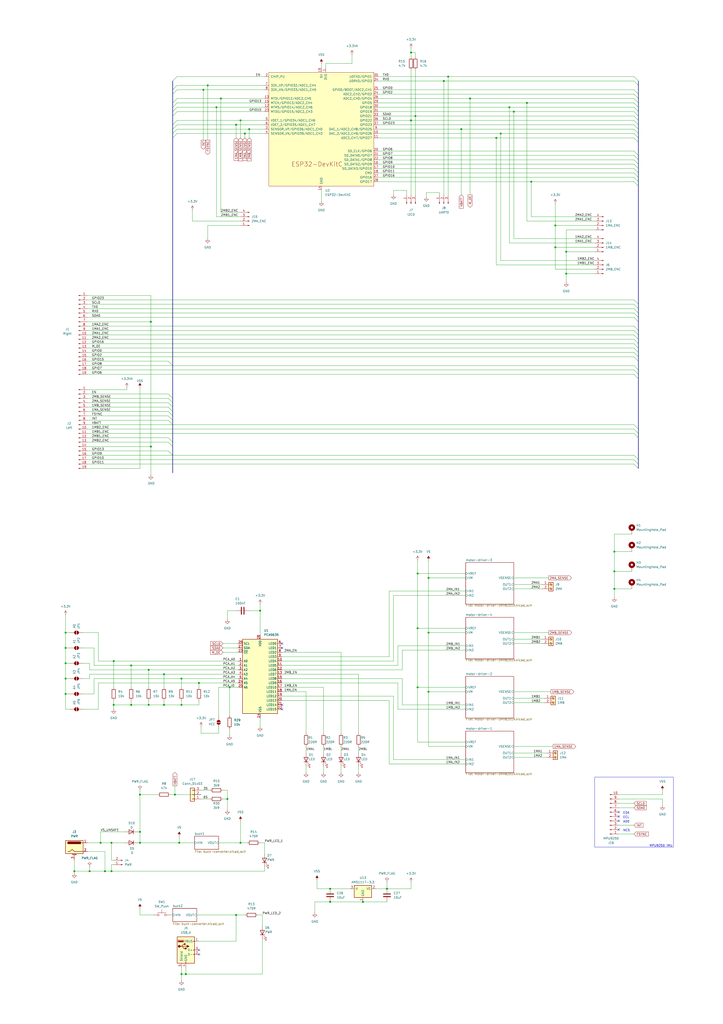
<source format=kicad_sch>
(kicad_sch (version 20231120) (generator "eeschema") (generator_version "8.0")
  (paper "A2" portrait)
  (junction (at 328.93 146.05))
  (junction (at 43.18 505.46))
  (junction (at 38.1 367.03))
  (junction (at 133.35 398.78))
  (junction (at 118.11 52.07))
  (junction (at 128.27 57.15))
  (junction (at 139.7 488.95))
  (junction (at 95.25 391.16))
  (junction (at 64.77 505.46))
  (junction (at 64.77 488.95))
  (junction (at 308.61 105.41))
  (junction (at 273.05 57.15))
  (junction (at 66.04 383.54))
  (junction (at 306.07 59.69))
  (junction (at 125.73 62.23))
  (junction (at 104.14 488.95))
  (junction (at 137.16 530.86))
  (junction (at 76.2 386.08))
  (junction (at 295.91 62.23))
  (junction (at 137.16 72.39))
  (junction (at 191.77 515.62))
  (junction (at 81.28 482.6))
  (junction (at 241.3 67.31))
  (junction (at 356.87 320.04))
  (junction (at 151.13 354.33))
  (junction (at 298.45 64.77))
  (junction (at 95.25 408.94))
  (junction (at 81.28 488.95))
  (junction (at 115.57 396.24))
  (junction (at 132.08 463.55))
  (junction (at 191.77 523.24))
  (junction (at 144.78 74.93))
  (junction (at 248.92 335.28))
  (junction (at 248.92 401.32))
  (junction (at 238.76 30.48))
  (junction (at 356.87 341.63))
  (junction (at 38.1 375.92))
  (junction (at 328.93 158.75))
  (junction (at 38.1 393.7))
  (junction (at 107.95 565.15))
  (junction (at 38.1 384.81))
  (junction (at 38.1 402.59))
  (junction (at 101.6 461.01))
  (junction (at 322.58 143.51))
  (junction (at 52.07 505.46))
  (junction (at 356.87 331.47))
  (junction (at 105.41 565.15))
  (junction (at 242.57 364.49))
  (junction (at 288.29 80.01))
  (junction (at 260.35 44.45))
  (junction (at 257.81 46.99))
  (junction (at 210.82 523.24))
  (junction (at 224.79 515.62))
  (junction (at 120.65 49.53))
  (junction (at 86.36 388.62))
  (junction (at 242.57 332.74))
  (junction (at 139.7 69.85))
  (junction (at 248.92 367.03))
  (junction (at 86.36 408.94))
  (junction (at 76.2 408.94))
  (junction (at 290.83 77.47))
  (junction (at 322.58 130.81))
  (junction (at 105.41 393.7))
  (junction (at 142.24 77.47))
  (junction (at 105.41 408.94))
  (junction (at 60.96 505.46))
  (junction (at 238.76 69.85))
  (junction (at 81.28 461.01))
  (junction (at 267.97 74.93))
  (junction (at 242.57 398.78))
  (junction (at 58.42 488.95))
  (junction (at 66.04 408.94))
  (junction (at 87.63 259.08))
  (junction (at 87.63 186.69))
  (no_connect (at 163.83 408.94))
  (no_connect (at 359.41 473.71))
  (no_connect (at 163.83 411.48))
  (no_connect (at 163.83 373.38))
  (no_connect (at 359.41 476.25))
  (no_connect (at 163.83 375.92))
  (no_connect (at 359.41 471.17))
  (no_connect (at 115.57 551.18))
  (no_connect (at 359.41 481.33))
  (no_connect (at 115.57 553.72))
  (bus_entry (at 368.3 207.01) (size 2.54 2.54))
  (bus_entry (at 97.79 238.76) (size 2.54 2.54))
  (bus_entry (at 97.79 228.6) (size 2.54 2.54))
  (bus_entry (at 100.33 64.77) (size 2.54 -2.54))
  (bus_entry (at 368.3 196.85) (size 2.54 2.54))
  (bus_entry (at 368.3 97.79) (size 2.54 2.54))
  (bus_entry (at 100.33 54.61) (size 2.54 -2.54))
  (bus_entry (at 368.3 102.87) (size 2.54 2.54))
  (bus_entry (at 368.3 264.16) (size 2.54 2.54))
  (bus_entry (at 100.33 46.99) (size 2.54 -2.54))
  (bus_entry (at 368.3 179.07) (size 2.54 2.54))
  (bus_entry (at 97.79 209.55) (size 2.54 2.54))
  (bus_entry (at 97.79 243.84) (size 2.54 2.54))
  (bus_entry (at 368.3 214.63) (size 2.54 2.54))
  (bus_entry (at 368.3 67.31) (size 2.54 2.54))
  (bus_entry (at 368.3 194.31) (size 2.54 2.54))
  (bus_entry (at 97.79 233.68) (size 2.54 2.54))
  (bus_entry (at 100.33 52.07) (size 2.54 -2.54))
  (bus_entry (at 368.3 184.15) (size 2.54 2.54))
  (bus_entry (at 100.33 80.01) (size 2.54 -2.54))
  (bus_entry (at 368.3 59.69) (size 2.54 2.54))
  (bus_entry (at 97.79 241.3) (size 2.54 2.54))
  (bus_entry (at 368.3 189.23) (size 2.54 2.54))
  (bus_entry (at 100.33 67.31) (size 2.54 -2.54))
  (bus_entry (at 100.33 62.23) (size 2.54 -2.54))
  (bus_entry (at 368.3 44.45) (size 2.54 2.54))
  (bus_entry (at 368.3 64.77) (size 2.54 2.54))
  (bus_entry (at 97.79 256.54) (size 2.54 2.54))
  (bus_entry (at 368.3 181.61) (size 2.54 2.54))
  (bus_entry (at 100.33 72.39) (size 2.54 -2.54))
  (bus_entry (at 368.3 204.47) (size 2.54 2.54))
  (bus_entry (at 368.3 54.61) (size 2.54 2.54))
  (bus_entry (at 368.3 176.53) (size 2.54 2.54))
  (bus_entry (at 368.3 173.99) (size 2.54 2.54))
  (bus_entry (at 368.3 269.24) (size 2.54 2.54))
  (bus_entry (at 368.3 100.33) (size 2.54 2.54))
  (bus_entry (at 368.3 95.25) (size 2.54 2.54))
  (bus_entry (at 368.3 80.01) (size 2.54 2.54))
  (bus_entry (at 368.3 105.41) (size 2.54 2.54))
  (bus_entry (at 368.3 46.99) (size 2.54 2.54))
  (bus_entry (at 368.3 217.17) (size 2.54 2.54))
  (bus_entry (at 100.33 77.47) (size 2.54 -2.54))
  (bus_entry (at 97.79 254) (size 2.54 2.54))
  (bus_entry (at 368.3 251.46) (size 2.54 2.54))
  (bus_entry (at 97.79 261.62) (size 2.54 2.54))
  (bus_entry (at 368.3 246.38) (size 2.54 2.54))
  (bus_entry (at 368.3 72.39) (size 2.54 2.54))
  (bus_entry (at 368.3 199.39) (size 2.54 2.54))
  (bus_entry (at 368.3 57.15) (size 2.54 2.54))
  (bus_entry (at 368.3 77.47) (size 2.54 2.54))
  (bus_entry (at 368.3 266.7) (size 2.54 2.54))
  (bus_entry (at 368.3 201.93) (size 2.54 2.54))
  (bus_entry (at 368.3 191.77) (size 2.54 2.54))
  (bus_entry (at 100.33 74.93) (size 2.54 -2.54))
  (bus_entry (at 368.3 87.63) (size 2.54 2.54))
  (bus_entry (at 368.3 92.71) (size 2.54 2.54))
  (bus_entry (at 368.3 74.93) (size 2.54 2.54))
  (bus_entry (at 368.3 248.92) (size 2.54 2.54))
  (bus_entry (at 368.3 90.17) (size 2.54 2.54))
  (bus_entry (at 368.3 52.07) (size 2.54 2.54))
  (bus_entry (at 100.33 59.69) (size 2.54 -2.54))
  (bus_entry (at 368.3 212.09) (size 2.54 2.54))
  (bus_entry (at 368.3 62.23) (size 2.54 2.54))
  (bus_entry (at 97.79 236.22) (size 2.54 2.54))
  (bus_entry (at 97.79 231.14) (size 2.54 2.54))
  (bus_entry (at 368.3 69.85) (size 2.54 2.54))
  (wire (pts (xy 224.79 511.81) (xy 224.79 515.62)))
  (wire (pts (xy 133.35 398.78) (xy 138.43 398.78)))
  (wire (pts (xy 50.8 251.46) (xy 368.3 251.46)))
  (wire (pts (xy 138.43 396.24) (xy 115.57 396.24)))
  (wire (pts (xy 163.83 388.62) (xy 233.68 388.62)))
  (wire (pts (xy 228.6 345.44) (xy 270.51 345.44)))
  (wire (pts (xy 298.45 439.42) (xy 317.5 439.42)))
  (wire (pts (xy 52.07 388.62) (xy 86.36 388.62)))
  (wire (pts (xy 187.96 444.5) (xy 187.96 448.31)))
  (wire (pts (xy 247.65 111.76) (xy 255.27 111.76)))
  (wire (pts (xy 52.07 393.7) (xy 48.26 393.7)))
  (wire (pts (xy 238.76 40.64) (xy 238.76 69.85)))
  (wire (pts (xy 102.87 44.45) (xy 153.67 44.45)))
  (wire (pts (xy 356.87 341.63) (xy 356.87 331.47)))
  (wire (pts (xy 100.33 246.38) (xy 368.3 246.38)))
  (wire (pts (xy 298.45 405.13) (xy 316.23 405.13)))
  (wire (pts (xy 57.15 396.24) (xy 57.15 411.48)))
  (wire (pts (xy 298.45 367.03) (xy 318.77 367.03)))
  (wire (pts (xy 242.57 364.49) (xy 270.51 364.49)))
  (wire (pts (xy 228.6 403.86) (xy 228.6 440.69)))
  (wire (pts (xy 104.14 488.95) (xy 113.03 488.95)))
  (bus (pts (xy 370.84 92.71) (xy 370.84 95.25)))
  (wire (pts (xy 186.69 36.83) (xy 186.69 39.37)))
  (wire (pts (xy 228.6 345.44) (xy 228.6 383.54)))
  (wire (pts (xy 57.15 367.03) (xy 48.26 367.03)))
  (wire (pts (xy 60.96 505.46) (xy 64.77 505.46)))
  (wire (pts (xy 219.71 72.39) (xy 368.3 72.39)))
  (wire (pts (xy 219.71 80.01) (xy 288.29 80.01)))
  (wire (pts (xy 87.63 275.59) (xy 87.63 259.08)))
  (wire (pts (xy 242.57 398.78) (xy 242.57 430.53)))
  (wire (pts (xy 219.71 105.41) (xy 308.61 105.41)))
  (wire (pts (xy 290.83 151.13) (xy 345.44 151.13)))
  (wire (pts (xy 356.87 320.04) (xy 356.87 309.88)))
  (wire (pts (xy 208.28 444.5) (xy 208.28 448.31)))
  (wire (pts (xy 120.65 49.53) (xy 153.67 49.53)))
  (bus (pts (xy 100.33 64.77) (xy 100.33 67.31)))
  (wire (pts (xy 66.04 383.54) (xy 138.43 383.54)))
  (wire (pts (xy 102.87 74.93) (xy 144.78 74.93)))
  (wire (pts (xy 111.76 128.27) (xy 111.76 121.92)))
  (wire (pts (xy 127 398.78) (xy 133.35 398.78)))
  (bus (pts (xy 370.84 95.25) (xy 370.84 97.79)))
  (wire (pts (xy 50.8 191.77) (xy 368.3 191.77)))
  (wire (pts (xy 228.6 110.49) (xy 228.6 113.03)))
  (wire (pts (xy 38.1 411.48) (xy 40.64 411.48)))
  (wire (pts (xy 270.51 401.32) (xy 248.92 401.32)))
  (wire (pts (xy 198.12 444.5) (xy 198.12 448.31)))
  (wire (pts (xy 288.29 153.67) (xy 288.29 80.01)))
  (wire (pts (xy 64.77 505.46) (xy 153.67 505.46)))
  (wire (pts (xy 66.04 383.54) (xy 66.04 398.78)))
  (wire (pts (xy 50.8 184.15) (xy 368.3 184.15)))
  (bus (pts (xy 370.84 62.23) (xy 370.84 64.77)))
  (wire (pts (xy 81.28 458.47) (xy 81.28 461.01)))
  (wire (pts (xy 50.8 248.92) (xy 368.3 248.92)))
  (wire (pts (xy 231.14 374.65) (xy 231.14 386.08)))
  (bus (pts (xy 370.84 90.17) (xy 370.84 92.71)))
  (wire (pts (xy 219.71 69.85) (xy 238.76 69.85)))
  (wire (pts (xy 86.36 408.94) (xy 95.25 408.94)))
  (wire (pts (xy 52.07 502.92) (xy 52.07 505.46)))
  (bus (pts (xy 370.84 191.77) (xy 370.84 194.31)))
  (wire (pts (xy 248.92 335.28) (xy 248.92 367.03)))
  (bus (pts (xy 370.84 74.93) (xy 370.84 77.47)))
  (wire (pts (xy 218.44 515.62) (xy 224.79 515.62)))
  (bus (pts (xy 100.33 72.39) (xy 100.33 74.93)))
  (wire (pts (xy 50.8 207.01) (xy 368.3 207.01)))
  (wire (pts (xy 50.8 199.39) (xy 368.3 199.39)))
  (wire (pts (xy 120.65 130.81) (xy 120.65 138.43)))
  (wire (pts (xy 128.27 123.19) (xy 128.27 57.15)))
  (wire (pts (xy 105.41 565.15) (xy 107.95 565.15)))
  (wire (pts (xy 247.65 111.76) (xy 247.65 114.3)))
  (wire (pts (xy 298.45 64.77) (xy 368.3 64.77)))
  (bus (pts (xy 370.84 102.87) (xy 370.84 105.41)))
  (wire (pts (xy 198.12 425.45) (xy 198.12 378.46)))
  (wire (pts (xy 219.71 57.15) (xy 273.05 57.15)))
  (wire (pts (xy 298.45 335.28) (xy 318.77 335.28)))
  (wire (pts (xy 87.63 171.45) (xy 50.8 171.45)))
  (bus (pts (xy 370.84 82.55) (xy 370.84 90.17)))
  (wire (pts (xy 50.8 269.24) (xy 368.3 269.24)))
  (wire (pts (xy 226.06 342.9) (xy 270.51 342.9)))
  (wire (pts (xy 191.77 515.62) (xy 203.2 515.62)))
  (bus (pts (xy 370.84 251.46) (xy 370.84 254)))
  (wire (pts (xy 182.88 529.59) (xy 182.88 523.24)))
  (wire (pts (xy 38.1 367.03) (xy 38.1 375.92)))
  (wire (pts (xy 52.07 388.62) (xy 52.07 384.81)))
  (wire (pts (xy 102.87 57.15) (xy 128.27 57.15)))
  (bus (pts (xy 100.33 264.16) (xy 100.33 274.32)))
  (wire (pts (xy 43.18 505.46) (xy 43.18 506.73)))
  (wire (pts (xy 328.93 158.75) (xy 345.44 158.75)))
  (wire (pts (xy 137.16 72.39) (xy 153.67 72.39)))
  (wire (pts (xy 204.47 31.75) (xy 204.47 36.83)))
  (wire (pts (xy 306.07 59.69) (xy 368.3 59.69)))
  (wire (pts (xy 50.8 266.7) (xy 368.3 266.7)))
  (wire (pts (xy 38.1 375.92) (xy 40.64 375.92)))
  (wire (pts (xy 102.87 64.77) (xy 153.67 64.77)))
  (wire (pts (xy 152.4 530.86) (xy 152.4 537.21)))
  (wire (pts (xy 116.84 421.64) (xy 116.84 425.45)))
  (wire (pts (xy 149.86 530.86) (xy 152.4 530.86)))
  (wire (pts (xy 322.58 143.51) (xy 345.44 143.51)))
  (wire (pts (xy 129.54 463.55) (xy 132.08 463.55)))
  (wire (pts (xy 50.8 488.95) (xy 58.42 488.95)))
  (bus (pts (xy 100.33 241.3) (xy 100.33 243.84)))
  (wire (pts (xy 111.76 128.27) (xy 139.7 128.27)))
  (bus (pts (xy 100.33 212.09) (xy 100.33 231.14)))
  (wire (pts (xy 116.84 463.55) (xy 121.92 463.55)))
  (bus (pts (xy 100.33 46.99) (xy 100.33 52.07)))
  (wire (pts (xy 153.67 488.95) (xy 153.67 495.3)))
  (wire (pts (xy 153.67 502.92) (xy 153.67 505.46)))
  (wire (pts (xy 50.8 186.69) (xy 87.63 186.69)))
  (bus (pts (xy 370.84 107.95) (xy 370.84 176.53)))
  (wire (pts (xy 50.8 261.62) (xy 97.79 261.62)))
  (bus (pts (xy 370.84 72.39) (xy 370.84 74.93)))
  (bus (pts (xy 370.84 59.69) (xy 370.84 62.23)))
  (bus (pts (xy 100.33 52.07) (xy 100.33 54.61)))
  (wire (pts (xy 238.76 69.85) (xy 238.76 113.03)))
  (wire (pts (xy 57.15 396.24) (xy 115.57 396.24)))
  (wire (pts (xy 50.8 241.3) (xy 97.79 241.3)))
  (wire (pts (xy 306.07 128.27) (xy 306.07 59.69)))
  (wire (pts (xy 95.25 391.16) (xy 95.25 398.78)))
  (wire (pts (xy 50.8 259.08) (xy 87.63 259.08)))
  (wire (pts (xy 54.61 393.7) (xy 105.41 393.7)))
  (wire (pts (xy 52.07 391.16) (xy 95.25 391.16)))
  (wire (pts (xy 115.57 546.1) (xy 137.16 546.1)))
  (wire (pts (xy 345.44 125.73) (xy 308.61 125.73)))
  (wire (pts (xy 132.08 354.33) (xy 132.08 359.41)))
  (wire (pts (xy 210.82 523.24) (xy 224.79 523.24)))
  (wire (pts (xy 322.58 130.81) (xy 345.44 130.81)))
  (wire (pts (xy 81.28 530.86) (xy 88.9 530.86)))
  (wire (pts (xy 233.68 408.94) (xy 270.51 408.94)))
  (bus (pts (xy 100.33 259.08) (xy 100.33 264.16)))
  (bus (pts (xy 100.33 74.93) (xy 100.33 77.47)))
  (wire (pts (xy 137.16 546.1) (xy 137.16 530.86)))
  (bus (pts (xy 370.84 64.77) (xy 370.84 67.31)))
  (wire (pts (xy 219.71 46.99) (xy 257.81 46.99)))
  (wire (pts (xy 50.8 209.55) (xy 97.79 209.55)))
  (bus (pts (xy 370.84 67.31) (xy 370.84 69.85)))
  (wire (pts (xy 132.08 463.55) (xy 132.08 458.47)))
  (wire (pts (xy 50.8 194.31) (xy 368.3 194.31)))
  (wire (pts (xy 267.97 74.93) (xy 267.97 113.03)))
  (bus (pts (xy 100.33 80.01) (xy 100.33 212.09)))
  (wire (pts (xy 219.71 54.61) (xy 368.3 54.61)))
  (wire (pts (xy 219.71 52.07) (xy 368.3 52.07)))
  (wire (pts (xy 50.8 226.06) (xy 73.66 226.06)))
  (wire (pts (xy 322.58 130.81) (xy 322.58 143.51)))
  (wire (pts (xy 99.06 530.86) (xy 100.33 530.86)))
  (wire (pts (xy 219.71 44.45) (xy 260.35 44.45)))
  (wire (pts (xy 219.71 74.93) (xy 267.97 74.93)))
  (wire (pts (xy 177.8 444.5) (xy 177.8 448.31)))
  (wire (pts (xy 102.87 62.23) (xy 125.73 62.23)))
  (wire (pts (xy 50.8 196.85) (xy 368.3 196.85)))
  (bus (pts (xy 370.84 201.93) (xy 370.84 204.47)))
  (wire (pts (xy 224.79 515.62) (xy 238.76 515.62)))
  (wire (pts (xy 241.3 30.48) (xy 241.3 33.02)))
  (wire (pts (xy 105.41 561.34) (xy 105.41 565.15)))
  (wire (pts (xy 267.97 74.93) (xy 368.3 74.93)))
  (wire (pts (xy 50.8 243.84) (xy 97.79 243.84)))
  (bus (pts (xy 370.84 46.99) (xy 370.84 49.53)))
  (wire (pts (xy 219.71 97.79) (xy 368.3 97.79)))
  (wire (pts (xy 328.93 146.05) (xy 328.93 158.75)))
  (wire (pts (xy 219.71 100.33) (xy 368.3 100.33)))
  (wire (pts (xy 127 425.45) (xy 127 422.91)))
  (wire (pts (xy 66.04 406.4) (xy 66.04 408.94)))
  (wire (pts (xy 54.61 393.7) (xy 54.61 402.59)))
  (wire (pts (xy 359.41 478.79) (xy 368.3 478.79)))
  (wire (pts (xy 219.71 90.17) (xy 368.3 90.17)))
  (wire (pts (xy 72.39 482.6) (xy 58.42 482.6)))
  (wire (pts (xy 241.3 67.31) (xy 368.3 67.31)))
  (wire (pts (xy 54.61 386.08) (xy 76.2 386.08)))
  (wire (pts (xy 132.08 469.9) (xy 132.08 463.55)))
  (wire (pts (xy 219.71 92.71) (xy 368.3 92.71)))
  (wire (pts (xy 100.33 212.09) (xy 368.3 212.09)))
  (wire (pts (xy 238.76 30.48) (xy 238.76 33.02)))
  (bus (pts (xy 100.33 54.61) (xy 100.33 59.69)))
  (wire (pts (xy 38.1 402.59) (xy 38.1 411.48)))
  (wire (pts (xy 295.91 62.23) (xy 368.3 62.23)))
  (wire (pts (xy 345.44 128.27) (xy 306.07 128.27)))
  (wire (pts (xy 238.76 27.94) (xy 238.76 30.48)))
  (wire (pts (xy 120.65 49.53) (xy 120.65 81.28)))
  (bus (pts (xy 370.84 186.69) (xy 370.84 191.77)))
  (wire (pts (xy 242.57 398.78) (xy 270.51 398.78)))
  (wire (pts (xy 50.8 238.76) (xy 97.79 238.76)))
  (wire (pts (xy 248.92 335.28) (xy 270.51 335.28)))
  (wire (pts (xy 102.87 52.07) (xy 118.11 52.07)))
  (wire (pts (xy 242.57 430.53) (xy 270.51 430.53)))
  (wire (pts (xy 81.28 527.05) (xy 81.28 530.86)))
  (wire (pts (xy 257.81 46.99) (xy 368.3 46.99)))
  (wire (pts (xy 76.2 408.94) (xy 86.36 408.94)))
  (wire (pts (xy 128.27 57.15) (xy 153.67 57.15)))
  (bus (pts (xy 370.84 204.47) (xy 370.84 207.01)))
  (wire (pts (xy 328.93 163.83) (xy 328.93 158.75)))
  (wire (pts (xy 38.1 375.92) (xy 38.1 384.81)))
  (wire (pts (xy 359.41 463.55) (xy 384.81 463.55)))
  (bus (pts (xy 100.33 67.31) (xy 100.33 72.39)))
  (wire (pts (xy 66.04 408.94) (xy 76.2 408.94)))
  (wire (pts (xy 151.13 488.95) (xy 153.67 488.95)))
  (wire (pts (xy 50.8 181.61) (xy 368.3 181.61)))
  (wire (pts (xy 107.95 561.34) (xy 107.95 565.15)))
  (wire (pts (xy 102.87 69.85) (xy 139.7 69.85)))
  (wire (pts (xy 298.45 370.84) (xy 314.96 370.84)))
  (wire (pts (xy 80.01 482.6) (xy 81.28 482.6)))
  (wire (pts (xy 163.83 398.78) (xy 187.96 398.78)))
  (bus (pts (xy 370.84 97.79) (xy 370.84 100.33)))
  (wire (pts (xy 241.3 67.31) (xy 241.3 113.03)))
  (wire (pts (xy 50.8 204.47) (xy 368.3 204.47)))
  (wire (pts (xy 163.83 393.7) (xy 233.68 393.7)))
  (wire (pts (xy 359.41 461.01) (xy 384.81 461.01)))
  (wire (pts (xy 50.8 256.54) (xy 97.79 256.54)))
  (wire (pts (xy 208.28 391.16) (xy 208.28 425.45)))
  (wire (pts (xy 58.42 488.95) (xy 64.77 488.95)))
  (bus (pts (xy 100.33 236.22) (xy 100.33 238.76)))
  (wire (pts (xy 290.83 77.47) (xy 368.3 77.47)))
  (wire (pts (xy 151.13 416.56) (xy 151.13 421.64)))
  (wire (pts (xy 248.92 433.07) (xy 270.51 433.07)))
  (wire (pts (xy 105.41 408.94) (xy 115.57 408.94)))
  (wire (pts (xy 137.16 354.33) (xy 132.08 354.33)))
  (wire (pts (xy 95.25 408.94) (xy 105.41 408.94)))
  (wire (pts (xy 257.81 46.99) (xy 257.81 113.03)))
  (wire (pts (xy 298.45 64.77) (xy 298.45 138.43)))
  (wire (pts (xy 184.15 510.54) (xy 184.15 515.62)))
  (bus (pts (xy 370.84 176.53) (xy 370.84 179.07)))
  (wire (pts (xy 177.8 433.07) (xy 177.8 436.88)))
  (wire (pts (xy 322.58 156.21) (xy 345.44 156.21)))
  (wire (pts (xy 60.96 494.03) (xy 50.8 494.03)))
  (wire (pts (xy 238.76 30.48) (xy 241.3 30.48)))
  (wire (pts (xy 104.14 485.14) (xy 104.14 488.95)))
  (wire (pts (xy 248.92 325.12) (xy 248.92 335.28)))
  (bus (pts (xy 370.84 57.15) (xy 370.84 59.69)))
  (bus (pts (xy 370.84 214.63) (xy 370.84 217.17)))
  (wire (pts (xy 137.16 80.01) (xy 137.16 72.39)))
  (wire (pts (xy 231.14 386.08) (xy 163.83 386.08)))
  (wire (pts (xy 133.35 398.78) (xy 133.35 415.29)))
  (wire (pts (xy 129.54 373.38) (xy 138.43 373.38)))
  (wire (pts (xy 308.61 105.41) (xy 368.3 105.41)))
  (wire (pts (xy 87.63 186.69) (xy 87.63 171.45)))
  (wire (pts (xy 187.96 433.07) (xy 187.96 436.88)))
  (bus (pts (xy 370.84 217.17) (xy 370.84 219.71)))
  (wire (pts (xy 356.87 346.71) (xy 356.87 341.63)))
  (wire (pts (xy 52.07 384.81) (xy 48.26 384.81)))
  (wire (pts (xy 115.57 396.24) (xy 115.57 398.78)))
  (wire (pts (xy 118.11 52.07) (xy 153.67 52.07)))
  (wire (pts (xy 163.83 403.86) (xy 228.6 403.86)))
  (wire (pts (xy 248.92 367.03) (xy 248.92 401.32)))
  (wire (pts (xy 189.23 36.83) (xy 204.47 36.83)))
  (wire (pts (xy 233.68 393.7) (xy 233.68 408.94)))
  (wire (pts (xy 50.8 217.17) (xy 368.3 217.17)))
  (wire (pts (xy 129.54 378.46) (xy 138.43 378.46)))
  (wire (pts (xy 345.44 140.97) (xy 295.91 140.97)))
  (wire (pts (xy 139.7 69.85) (xy 153.67 69.85)))
  (wire (pts (xy 38.1 393.7) (xy 40.64 393.7)))
  (wire (pts (xy 125.73 62.23) (xy 153.67 62.23)))
  (wire (pts (xy 177.8 401.32) (xy 163.83 401.32)))
  (bus (pts (xy 370.84 269.24) (xy 370.84 271.78)))
  (wire (pts (xy 231.14 396.24) (xy 163.83 396.24)))
  (wire (pts (xy 231.14 411.48) (xy 231.14 396.24)))
  (wire (pts (xy 64.77 488.95) (xy 64.77 499.11)))
  (wire (pts (xy 50.8 212.09) (xy 100.33 212.09)))
  (wire (pts (xy 298.45 373.38) (xy 314.96 373.38)))
  (bus (pts (xy 370.84 100.33) (xy 370.84 102.87)))
  (wire (pts (xy 76.2 408.94) (xy 76.2 406.4)))
  (wire (pts (xy 54.61 386.08) (xy 54.61 375.92)))
  (bus (pts (xy 100.33 246.38) (xy 100.33 256.54)))
  (wire (pts (xy 52.07 391.16) (xy 52.07 393.7)))
  (wire (pts (xy 105.41 565.15) (xy 105.41 568.96)))
  (wire (pts (xy 186.69 110.49) (xy 186.69 116.84)))
  (wire (pts (xy 76.2 386.08) (xy 138.43 386.08)))
  (wire (pts (xy 219.71 102.87) (xy 368.3 102.87)))
  (wire (pts (xy 219.71 62.23) (xy 295.91 62.23)))
  (wire (pts (xy 208.28 433.07) (xy 208.28 436.88)))
  (wire (pts (xy 120.65 130.81) (xy 139.7 130.81)))
  (wire (pts (xy 115.57 408.94) (xy 115.57 406.4)))
  (bus (pts (xy 370.84 49.53) (xy 370.84 54.61)))
  (wire (pts (xy 87.63 259.08) (xy 87.63 186.69)))
  (wire (pts (xy 151.13 354.33) (xy 151.13 368.3)))
  (wire (pts (xy 81.28 224.79) (xy 81.28 271.78)))
  (wire (pts (xy 81.28 461.01) (xy 91.44 461.01)))
  (wire (pts (xy 125.73 62.23) (xy 125.73 125.73)))
  (wire (pts (xy 105.41 408.94) (xy 105.41 406.4)))
  (wire (pts (xy 50.8 271.78) (xy 81.28 271.78)))
  (bus (pts (xy 370.84 196.85) (xy 370.84 199.39)))
  (bus (pts (xy 370.84 69.85) (xy 370.84 72.39)))
  (wire (pts (xy 64.77 499.11) (xy 66.04 499.11)))
  (wire (pts (xy 50.8 264.16) (xy 100.33 264.16)))
  (wire (pts (xy 102.87 72.39) (xy 137.16 72.39)))
  (wire (pts (xy 198.12 433.07) (xy 198.12 436.88)))
  (wire (pts (xy 38.1 356.87) (xy 38.1 367.03)))
  (wire (pts (xy 95.25 408.94) (xy 95.25 406.4)))
  (bus (pts (xy 100.33 59.69) (xy 100.33 62.23)))
  (wire (pts (xy 242.57 325.12) (xy 242.57 332.74)))
  (bus (pts (xy 100.33 62.23) (xy 100.33 64.77)))
  (wire (pts (xy 356.87 309.88) (xy 367.03 309.88)))
  (wire (pts (xy 238.76 511.81) (xy 238.76 515.62)))
  (wire (pts (xy 273.05 57.15) (xy 368.3 57.15)))
  (wire (pts (xy 58.42 482.6) (xy 58.42 488.95)))
  (wire (pts (xy 219.71 67.31) (xy 241.3 67.31)))
  (wire (pts (xy 38.1 393.7) (xy 38.1 402.59)))
  (wire (pts (xy 81.28 461.01) (xy 81.28 482.6)))
  (wire (pts (xy 105.41 393.7) (xy 105.41 398.78)))
  (wire (pts (xy 139.7 476.25) (xy 139.7 488.95)))
  (bus (pts (xy 370.84 80.01) (xy 370.84 82.55)))
  (wire (pts (xy 322.58 118.11) (xy 322.58 130.81)))
  (wire (pts (xy 242.57 364.49) (xy 242.57 398.78)))
  (wire (pts (xy 102.87 49.53) (xy 120.65 49.53)))
  (wire (pts (xy 38.1 402.59) (xy 40.64 402.59)))
  (wire (pts (xy 233.68 377.19) (xy 270.51 377.19)))
  (wire (pts (xy 86.36 388.62) (xy 86.36 398.78)))
  (wire (pts (xy 50.8 246.38) (xy 100.33 246.38)))
  (wire (pts (xy 50.8 179.07) (xy 368.3 179.07)))
  (wire (pts (xy 163.83 391.16) (xy 208.28 391.16)))
  (wire (pts (xy 163.83 381) (xy 226.06 381)))
  (wire (pts (xy 38.1 384.81) (xy 38.1 393.7)))
  (wire (pts (xy 198.12 378.46) (xy 163.83 378.46)))
  (wire (pts (xy 182.88 523.24) (xy 191.77 523.24)))
  (wire (pts (xy 54.61 375.92) (xy 48.26 375.92)))
  (wire (pts (xy 356.87 341.63) (xy 367.03 341.63)))
  (bus (pts (xy 370.84 179.07) (xy 370.84 181.61)))
  (wire (pts (xy 95.25 391.16) (xy 138.43 391.16)))
  (bus (pts (xy 100.33 233.68) (xy 100.33 236.22)))
  (wire (pts (xy 81.28 482.6) (xy 81.28 488.95)))
  (wire (pts (xy 76.2 386.08) (xy 76.2 398.78)))
  (wire (pts (xy 359.41 466.09) (xy 368.3 466.09)))
  (wire (pts (xy 219.71 64.77) (xy 298.45 64.77)))
  (wire (pts (xy 127 415.29) (xy 127 398.78)))
  (wire (pts (xy 64.77 488.95) (xy 72.39 488.95)))
  (wire (pts (xy 241.3 40.64) (xy 241.3 67.31)))
  (wire (pts (xy 127 488.95) (xy 139.7 488.95)))
  (wire (pts (xy 242.57 332.74) (xy 270.51 332.74)))
  (wire (pts (xy 50.8 254) (xy 97.79 254)))
  (wire (pts (xy 139.7 69.85) (xy 139.7 80.01)))
  (bus (pts (xy 100.33 238.76) (xy 100.33 241.3)))
  (wire (pts (xy 152.4 544.83) (xy 152.4 565.15)))
  (wire (pts (xy 328.93 133.35) (xy 328.93 146.05)))
  (wire (pts (xy 102.87 77.47) (xy 142.24 77.47)))
  (wire (pts (xy 242.57 332.74) (xy 242.57 364.49)))
  (wire (pts (xy 298.45 407.67) (xy 316.23 407.67)))
  (bus (pts (xy 100.33 77.47) (xy 100.33 80.01)))
  (wire (pts (xy 118.11 52.07) (xy 118.11 81.28)))
  (wire (pts (xy 144.78 74.93) (xy 144.78 80.01)))
  (wire (pts (xy 260.35 44.45) (xy 368.3 44.45)))
  (wire (pts (xy 356.87 331.47) (xy 356.87 320.04)))
  (wire (pts (xy 356.87 331.47) (xy 367.03 331.47)))
  (wire (pts (xy 359.41 468.63) (xy 368.3 468.63)))
  (wire (pts (xy 50.8 173.99) (xy 368.3 173.99)))
  (wire (pts (xy 138.43 393.7) (xy 105.41 393.7)))
  (wire (pts (xy 226.06 381) (xy 226.06 342.9)))
  (wire (pts (xy 64.77 501.65) (xy 66.04 501.65)))
  (bus (pts (xy 370.84 77.47) (xy 370.84 80.01)))
  (wire (pts (xy 64.77 501.65) (xy 64.77 505.46)))
  (bus (pts (xy 370.84 105.41) (xy 370.84 107.95)))
  (wire (pts (xy 298.45 341.63) (xy 314.96 341.63)))
  (wire (pts (xy 50.8 201.93) (xy 368.3 201.93)))
  (wire (pts (xy 129.54 375.92) (xy 138.43 375.92)))
  (wire (pts (xy 144.78 354.33) (xy 151.13 354.33)))
  (wire (pts (xy 184.15 515.62) (xy 191.77 515.62)))
  (wire (pts (xy 38.1 367.03) (xy 40.64 367.03)))
  (wire (pts (xy 60.96 494.03) (xy 60.96 505.46)))
  (wire (pts (xy 86.36 408.94) (xy 86.36 406.4)))
  (wire (pts (xy 50.8 231.14) (xy 97.79 231.14)))
  (wire (pts (xy 80.01 488.95) (xy 81.28 488.95)))
  (wire (pts (xy 322.58 143.51) (xy 322.58 156.21)))
  (bus (pts (xy 370.84 209.55) (xy 370.84 214.63)))
  (wire (pts (xy 328.93 146.05) (xy 345.44 146.05)))
  (wire (pts (xy 138.43 388.62) (xy 86.36 388.62)))
  (wire (pts (xy 50.8 233.68) (xy 97.79 233.68)))
  (wire (pts (xy 189.23 39.37) (xy 189.23 36.83)))
  (wire (pts (xy 137.16 530.86) (xy 142.24 530.86)))
  (wire (pts (xy 43.18 505.46) (xy 52.07 505.46)))
  (wire (pts (xy 219.71 95.25) (xy 368.3 95.25)))
  (wire (pts (xy 191.77 523.24) (xy 210.82 523.24)))
  (wire (pts (xy 226.06 406.4) (xy 163.83 406.4)))
  (wire (pts (xy 81.28 488.95) (xy 104.14 488.95)))
  (wire (pts (xy 99.06 461.01) (xy 101.6 461.01)))
  (wire (pts (xy 384.81 458.47) (xy 384.81 461.01)))
  (wire (pts (xy 298.45 433.07) (xy 321.31 433.07)))
  (wire (pts (xy 43.18 499.11) (xy 43.18 505.46)))
  (wire (pts (xy 231.14 374.65) (xy 270.51 374.65)))
  (wire (pts (xy 116.84 425.45) (xy 127 425.45)))
  (wire (pts (xy 66.04 408.94) (xy 66.04 411.48)))
  (bus (pts (xy 370.84 207.01) (xy 370.84 209.55)))
  (bus (pts (xy 370.84 254) (xy 370.84 266.7)))
  (bus (pts (xy 370.84 54.61) (xy 370.84 57.15)))
  (wire (pts (xy 187.96 398.78) (xy 187.96 425.45)))
  (wire (pts (xy 295.91 62.23) (xy 295.91 140.97)))
  (wire (pts (xy 52.07 505.46) (xy 60.96 505.46)))
  (bus (pts (xy 370.84 184.15) (xy 370.84 186.69)))
  (wire (pts (xy 238.76 69.85) (xy 368.3 69.85)))
  (wire (pts (xy 248.92 367.03) (xy 270.51 367.03)))
  (wire (pts (xy 142.24 77.47) (xy 153.67 77.47)))
  (bus (pts (xy 370.84 266.7) (xy 370.84 269.24)))
  (wire (pts (xy 290.83 151.13) (xy 290.83 77.47)))
  (wire (pts (xy 57.15 383.54) (xy 66.04 383.54)))
  (bus (pts (xy 370.84 248.92) (xy 370.84 251.46)))
  (wire (pts (xy 260.35 44.45) (xy 260.35 113.03)))
  (wire (pts (xy 270.51 411.48) (xy 231.14 411.48)))
  (wire (pts (xy 139.7 123.19) (xy 128.27 123.19)))
  (wire (pts (xy 298.45 401.32) (xy 320.04 401.32)))
  (wire (pts (xy 132.08 458.47) (xy 129.54 458.47)))
  (wire (pts (xy 57.15 383.54) (xy 57.15 367.03)))
  (wire (pts (xy 163.83 383.54) (xy 228.6 383.54)))
  (wire (pts (xy 233.68 388.62) (xy 233.68 377.19)))
  (wire (pts (xy 356.87 320.04) (xy 367.03 320.04)))
  (wire (pts (xy 50.8 189.23) (xy 368.3 189.23)))
  (wire (pts (xy 57.15 411.48) (xy 48.26 411.48)))
  (bus (pts (xy 370.84 199.39) (xy 370.84 201.93)))
  (wire (pts (xy 133.35 422.91) (xy 133.35 426.72)))
  (wire (pts (xy 102.87 59.69) (xy 153.67 59.69)))
  (wire (pts (xy 50.8 236.22) (xy 97.79 236.22)))
  (wire (pts (xy 139.7 125.73) (xy 125.73 125.73)))
  (wire (pts (xy 288.29 80.01) (xy 368.3 80.01)))
  (wire (pts (xy 219.71 59.69) (xy 306.07 59.69)))
  (wire (pts (xy 248.92 401.32) (xy 248.92 433.07)))
  (wire (pts (xy 142.24 77.47) (xy 142.24 80.01)))
  (wire (pts (xy 116.84 458.47) (xy 121.92 458.47)))
  (wire (pts (xy 384.81 467.36) (xy 384.81 463.55)))
  (wire (pts (xy 226.06 443.23) (xy 270.51 443.23)))
  (bus (pts (xy 370.84 181.61) (xy 370.84 184.15)))
  (wire (pts (xy 50.8 228.6) (xy 97.79 228.6)))
  (wire (pts (xy 50.8 176.53) (xy 368.3 176.53)))
  (wire (pts (xy 100.33 264.16) (xy 368.3 264.16)))
  (wire (pts (xy 345.44 138.43) (xy 298.45 138.43)))
  (wire (pts (xy 114.3 530.86) (xy 137.16 530.86)))
  (wire (pts (xy 255.27 111.76) (xy 255.27 113.03)))
  (wire (pts (xy 236.22 110.49) (xy 236.22 113.03)))
  (wire (pts (xy 226.06 443.23) (xy 226.06 406.4)))
  (bus (pts (xy 100.33 256.54) (xy 100.33 259.08)))
  (bus (pts (xy 100.33 243.84) (xy 100.33 246.38)))
  (wire (pts (xy 144.78 74.93) (xy 153.67 74.93)))
  (wire (pts (xy 308.61 105.41) (xy 308.61 125.73)))
  (wire (pts (xy 101.6 461.01) (xy 116.84 461.01)))
  (wire (pts (xy 151.13 350.52) (xy 151.13 354.33)))
  (wire (pts (xy 73.66 226.06) (xy 73.66 224.79)))
  (wire (pts (xy 345.44 153.67) (xy 288.29 153.67)))
  (wire (pts (xy 38.1 384.81) (xy 40.64 384.81)))
  (wire (pts (xy 101.6 455.93) (xy 101.6 461.01)))
  (wire (pts (xy 54.61 402.59) (xy 48.26 402.59)))
  (wire (pts (xy 273.05 57.15) (xy 273.05 113.03)))
  (wire (pts (xy 228.6 110.49) (xy 236.22 110.49)))
  (bus (pts (xy 370.84 194.31) (xy 370.84 196.85)))
  (wire (pts (xy 50.8 214.63) (xy 368.3 214.63)))
  (bus (pts (xy 100.33 231.14) (xy 100.33 233.68)))
  (wire (pts (xy 298.45 436.88) (xy 317.5 436.88)))
  (wire (pts (xy 328.93 133.35) (xy 345.44 133.35)))
  (wire (pts (xy 298.45 339.09) (xy 314.96 339.09)))
  (wire (pts (xy 228.6 440.69) (xy 270.51 440.69)))
  (wire (pts (xy 177.8 401.32) (xy 177.8 425.45)))
  (wire (pts (xy 139.7 488.95) (xy 143.51 488.95)))
  (wire (pts (xy 219.71 77.47) (xy 290.83 77.47)))
  (bus (pts (xy 370.84 219.71) (xy 370.84 248.92)))
  (wire (pts (xy 359.41 483.87) (xy 368.3 483.87)))
  (wire (pts (xy 219.71 87.63) (xy 368.3 87.63)))
  (wire (pts (xy 107.95 565.15) (xy 152.4 565.15)))
  (rectangle (start 345.44 450.85) (end 391.16 491.49))
  (text "NCS" (at 361.95 482.6 0) (effects (font (size 1.27 1.27)) (justify left bottom)))
  (text "AD0" (at 361.95 477.52 0) (effects (font (size 1.27 1.27)) (justify left bottom)))
  (text "EDA" (at 361.95 472.44 0) (effects (font (size 1.27 1.27)) (justify left bottom)))
  (text "ECL" (at 361.95 474.98 0) (effects (font (size 1.27 1.27)) (justify left bottom)))
  (text "MPU9250 IMU" (at 377.19 491.49 0) (effects (font (size 1.27 1.27)) (justify left bottom)))
  (label "2MB1_ENC" (at 53.34 254 0))
  (label "1MB1" (at 308.61 405.13 0))
  (label "GPIO8" (at 222.25 92.71 0))
  (label "2MA2" (at 308.61 341.63 0))
  (label "2MA_IN1" (at 259.08 342.9 0))
  (label "1MB_EN" (at 165.1 398.78 0))
  (label "1MA_SENSE" (at 53.34 238.76 0))
  (label "2MBL" (at 208.28 435.61 0))
  (label "GPIO6" (at 222.25 87.63 0))
  (label "PCA_A3" (at 129.54 391.16 0))
  (label "GPIO2" (at 222.25 54.61 0))
  (label "2MA1_ENC" (at 334.01 128.27 0))
  (label "GPIO11" (at 53.34 269.24 0))
  (label "GPIO0" (at 222.25 52.07 0))
  (label "1MA2" (at 309.88 439.42 0))
  (label "GPIO10" (at 53.34 266.7 0))
  (label "2MA1_ENC" (at 53.34 194.31 0))
  (label "GPIO23" (at 222.25 72.39 0))
  (label "GPIO2" (at 53.34 207.01 0))
  (label "GPIO6" (at 53.34 217.17 0))
  (label "2MB_EN" (at 165.1 391.16 0))
  (label "PWR_LED_1" (at 153.67 488.95 0))
  (label "GPIO7" (at 222.25 90.17 0))
  (label "1MB1_ENC" (at 53.34 251.46 0))
  (label "GPIO23" (at 53.34 173.99 0))
  (label "2MA2_ENC" (at 53.34 196.85 0))
  (label "2MB1" (at 308.61 370.84 0))
  (label "SCL0" (at 222.25 69.85 0))
  (label "GPIO11" (at 222.25 100.33 0))
  (label "GPIO8" (at 53.34 212.09 0))
  (label "1MA1_ENC" (at 53.34 191.77 0))
  (label "GPIO15" (at 53.34 209.55 0))
  (label "PCA_A0" (at 129.54 383.54 0))
  (label "2MB2_ENC" (at 53.34 256.54 0))
  (label "PCA_IO" (at 129.54 398.78 0))
  (label "2MB2" (at 308.61 373.38 0))
  (label "GPIO16" (at 222.25 102.87 0))
  (label "1MB1_ENC" (at 335.28 153.67 0))
  (label "PWR_LED_2" (at 152.4 530.86 0))
  (label "GPIO7" (at 53.34 214.63 0))
  (label "GPIO16" (at 53.34 199.39 0))
  (label "1MAL" (at 177.8 435.61 0))
  (label "2MB_IN1" (at 259.08 374.65 0))
  (label "PCA_A2" (at 129.54 388.62 0))
  (label "EN" (at 148.59 44.45 0))
  (label "SCL0" (at 53.34 176.53 0))
  (label "PCA_A1" (at 129.54 386.08 0))
  (label "2MA1" (at 308.61 339.09 0))
  (label "1MA1" (at 309.88 436.88 0))
  (label "PCA_A5" (at 129.54 396.24 0))
  (label "1MA2_ENC" (at 334.01 138.43 0))
  (label "1MA_IN1" (at 259.08 440.69 0))
  (label "1MA2_ENC" (at 53.34 189.23 0))
  (label "SDA0" (at 53.34 184.15 0))
  (label "1MB2_ENC" (at 53.34 248.92 0))
  (label "1MB_IN2" (at 259.08 411.48 0))
  (label "VBATT" (at 53.34 246.38 0))
  (label "GPIO0" (at 53.34 204.47 0))
  (label "2MA_IN2" (at 259.08 345.44 0))
  (label "FSYNC" (at 53.34 241.3 0))
  (label "2MA_EN" (at 165.1 378.46 0))
  (label "1MB2" (at 308.61 407.67 0))
  (label "PCA_A4" (at 129.54 393.7 0))
  (label "GPIO15" (at 144.78 64.77 0))
  (label "2MB_SENSE" (at 53.34 231.14 0))
  (label "INT" (at 53.34 243.84 0))
  (label "2MA2_ENC" (at 334.01 125.73 0))
  (label "GPIO13" (at 144.78 59.69 0))
  (label "1MBL" (at 187.96 435.61 0))
  (label "2MA_SENSE" (at 53.34 233.68 0))
  (label "1MB2_ENC" (at 335.28 151.13 0))
  (label "GPIO10" (at 222.25 97.79 0))
  (label "TX0" (at 222.25 44.45 0))
  (label "3S" (at 118.11 458.47 0))
  (label "2MAL" (at 198.12 435.61 0))
  (label "EN" (at 53.34 228.6 0))
  (label "GPIO9" (at 222.25 95.25 0))
  (label "RX0" (at 53.34 181.61 0))
  (label "GPIO9" (at 53.34 264.16 0))
  (label "GPIO13" (at 53.34 261.62 0))
  (label "1MA_EN" (at 165.1 401.32 0))
  (label "1MB_SENSE" (at 53.34 236.22 0))
  (label "RX0" (at 222.25 46.99 0))
  (label "1MA_IN2" (at 259.08 443.23 0))
  (label "VS_UNSAFE" (at 58.42 482.6 0))
  (label "M_OE" (at 53.34 201.93 0))
  (label "SDA0" (at 222.25 67.31 0))
  (label "6S" (at 118.11 463.55 0))
  (label "1MA1_ENC" (at 334.01 140.97 0))
  (label "2MB1_ENC" (at 128.27 125.73 0))
  (label "2MB2_ENC" (at 128.27 123.19 0))
  (label "2MB_IN2" (at 259.08 377.19 0))
  (label "1MB_IN1" (at 259.08 408.94 0))
  (label "TX0" (at 53.34 179.07 0))
  (global_label "FSYNC" (shape input) (at 368.3 483.87 0) (property "Intersheetrefs" "${INTERSHEET_REFS}" (effects (hide yes))))
  (global_label "2MB_SENSE" (shape output) (at 318.77 367.03 0) (property "Intersheetrefs" "${INTERSHEET_REFS}" (effects (hide yes))))
  (global_label "1MB_SENSE" (shape input) (at 139.7 80.01 270) (property "Intersheetrefs" "${INTERSHEET_REFS}" (effects (hide yes))))
  (global_label "SDA0" (shape input) (at 368.3 468.63 0) (property "Intersheetrefs" "${INTERSHEET_REFS}" (effects (hide yes))))
  (global_label "VBATT" (shape output) (at 101.6 455.93 90) (property "Intersheetrefs" "${INTERSHEET_REFS}" (effects (hide yes))))
  (global_label "1MB_SENSE" (shape output) (at 320.04 401.32 0) (property "Intersheetrefs" "${INTERSHEET_REFS}" (effects (hide yes))))
  (global_label "VBATT" (shape input) (at 267.97 113.03 270) (property "Intersheetrefs" "${INTERSHEET_REFS}" (effects (hide yes))))
  (global_label "M_OE" (shape output) (at 273.05 113.03 270) (property "Intersheetrefs" "${INTERSHEET_REFS}" (effects (hide yes))))
  (global_label "2MA_SENSE" (shape output) (at 318.77 335.28 0) (property "Intersheetrefs" "${INTERSHEET_REFS}" (effects (hide yes))))
  (global_label "INT" (shape input) (at 368.3 478.79 0) (property "Intersheetrefs" "${INTERSHEET_REFS}" (effects (hide yes))))
  (global_label "SDA0" (shape input) (at 129.54 375.92 180) (property "Intersheetrefs" "${INTERSHEET_REFS}" (effects (hide yes))))
  (global_label "FSYNC" (shape output) (at 120.65 81.28 270) (property "Intersheetrefs" "${INTERSHEET_REFS}" (effects (hide yes))))
  (global_label "1MA_SENSE" (shape output) (at 321.31 433.07 0) (property "Intersheetrefs" "${INTERSHEET_REFS}" (effects (hide yes))))
  (global_label "2MB_SENSE" (shape input) (at 144.78 80.01 270) (property "Intersheetrefs" "${INTERSHEET_REFS}" (effects (hide yes))))
  (global_label "SCL0" (shape input) (at 129.54 373.38 180) (property "Intersheetrefs" "${INTERSHEET_REFS}" (effects (hide yes))))
  (global_label "M_OE" (shape input) (at 129.54 378.46 180) (property "Intersheetrefs" "${INTERSHEET_REFS}" (effects (hide yes))))
  (global_label "2MA_SENSE" (shape input) (at 142.24 80.01 270) (property "Intersheetrefs" "${INTERSHEET_REFS}" (effects (hide yes))))
  (global_label "1MA_SENSE" (shape input) (at 137.16 80.01 270) (property "Intersheetrefs" "${INTERSHEET_REFS}" (effects (hide yes))))
  (global_label "INT" (shape output) (at 118.11 81.28 270) (property "Intersheetrefs" "${INTERSHEET_REFS}" (effects (hide yes))))
  (global_label "SCL0" (shape input) (at 368.3 466.09 0) (property "Intersheetrefs" "${INTERSHEET_REFS}" (effects (hide yes))))
  (symbol (lib_id "Device:LED") (at 198.12 440.69 90) (unit 1)
    (property "Reference" "D3" (at 199.644 437.896 90) (effects (justify right)))
    (property "Value" "LED" (at 199.644 440.436 90) (effects (justify right)))
    (property "Footprint" "LED_SMD:LED_1206_3216Metric_Pad1.42x1.75mm_HandSolder" (effects (hide yes)))
    (property "Description" "Light emitting diode" (effects (hide yes)))
  )
  (symbol (lib_id "power:+3.3VA") (at 73.66 224.79 0) (unit 1)
    (property "Reference" "#PWR08" (effects (hide yes)))
    (property "Value" "+3.3VA" (at 73.66 219.71 0))
    (property "Description" "Power symbol creates a global label with name \"+3.3VA\"" (effects (hide yes)))
  )
  (symbol (lib_id "power:+3.3V") (at 111.76 121.92 0) (unit 1)
    (property "Reference" "#PWR014" (effects (hide yes)))
    (property "Value" "+3.3V" (at 111.76 116.84 0))
    (property "Description" "Power symbol creates a global label with name \"+3.3V\"" (effects (hide yes)))
  )
  (symbol (lib_id "Device:R") (at 147.32 488.95 90) (unit 1)
    (property "Reference" "R14" (at 147.32 482.6 90))
    (property "Value" "470R" (at 147.32 485.14 90))
    (property "Footprint" "Resistor_SMD:R_1206_3216Metric_Pad1.30x1.75mm_HandSolder" (effects (hide yes)))
    (property "Description" "Resistor" (effects (hide yes)))
  )
  (symbol (lib_id "power:GND") (at 186.69 116.84 0) (unit 1)
    (property "Reference" "#PWR023" (effects (hide yes)))
    (property "Value" "GND" (at 186.69 121.92 0))
    (property "Description" "Power symbol creates a global label with name \"GND\" , ground" (effects (hide yes)))
  )
  (symbol (lib_id "power:GND") (at 328.93 163.83 0) (unit 1)
    (property "Reference" "#PWR029" (effects (hide yes)))
    (property "Value" "GND" (at 328.93 168.91 0))
    (property "Description" "Power symbol creates a global label with name \"GND\" , ground" (effects (hide yes)))
  )
  (symbol (lib_id "Connector:Screw_Terminal_01x02") (at 322.58 436.88 0) (unit 1)
    (property "Reference" "J12" (at 325.12 436.8799 0) (effects (justify left)))
    (property "Value" "1MA" (at 325.12 439.4199 0) (effects (justify left)))
    (property "Footprint" "TerminalBlock_Philmore:TerminalBlock_Philmore_TB132_1x02_P5.00mm_Horizontal" (effects (hide yes)))
    (property "Description" "Generic screw terminal, single row, 01x02, script generated (kicad-library-utils/schlib/autogen/connector/)" (effects (hide yes)))
  )
  (symbol (lib_id "power:VS") (at 104.14 485.14 0) (unit 1)
    (property "Reference" "#PWR09" (effects (hide yes)))
    (property "Value" "VS" (at 104.14 480.06 0))
    (property "Description" "Power symbol creates a global label with name \"VS\"" (effects (hide yes)))
  )
  (symbol (lib_id "power:GND") (at 384.81 467.36 0) (unit 1)
    (property "Reference" "#PWR032" (effects (hide yes)))
    (property "Value" "GND" (at 384.81 472.44 0))
  )
  (symbol (lib_id "Device:R") (at 133.35 419.1 180) (unit 1)
    (property "Reference" "R29" (at 135.89 417.8299 0) (effects (justify right)))
    (property "Value" "10k" (at 135.89 420.3699 0) (effects (justify right)))
    (property "Footprint" "Resistor_SMD:R_1206_3216Metric_Pad1.30x1.75mm_HandSolder" (effects (hide yes)))
    (property "Description" "Resistor" (effects (hide yes)))
  )
  (symbol (lib_id "Connector:Conn_01x04_Pin") (at 350.52 156.21 180) (unit 1)
    (property "Reference" "J6" (at 351.79 153.6699 0) (effects (justify right)))
    (property "Value" "2MB_ENC" (at 351.79 156.2099 0) (effects (justify right)))
    (property "Footprint" "Connector_JST:JST_EH_B4B-EH-A_1x04_P2.50mm_Vertical" (effects (hide yes)))
    (property "Description" "Generic connector, single row, 01x04, script generated" (effects (hide yes)))
  )
  (symbol (lib_id "power:GND") (at 177.8 448.31 0) (unit 1)
    (property "Reference" "#PWR01" (effects (hide yes)))
    (property "Value" "GND" (at 177.8 453.39 0))
    (property "Description" "Power symbol creates a global label with name \"GND\" , ground" (effects (hide yes)))
  )
  (symbol (lib_id "power:+3.3V") (at 322.58 118.11 0) (unit 1)
    (property "Reference" "#PWR028" (effects (hide yes)))
    (property "Value" "+3.3V" (at 322.58 113.03 0))
    (property "Description" "Power symbol creates a global label with name \"+3.3V\"" (effects (hide yes)))
  )
  (symbol (lib_id "Mechanical:MountingHole_Pad") (at 367.03 307.34 0) (unit 1) (exclude_from_sim yes) (in_bom no)
    (property "Reference" "H1" (at 369.57 304.7999 0) (effects (justify left)))
    (property "Value" "MountingHole_Pad" (at 369.57 307.3399 0) (effects (justify left)))
    (property "Footprint" "MountingHole:MountingHole_3.2mm_M3_Pad_Via" (effects (hide yes)))
    (property "Description" "Mounting Hole with connection" (effects (hide yes)))
  )
  (symbol (lib_id "power:GND") (at 208.28 448.31 0) (unit 1)
    (property "Reference" "#PWR07" (effects (hide yes)))
    (property "Value" "GND" (at 208.28 453.39 0))
    (property "Description" "Power symbol creates a global label with name \"GND\" , ground" (effects (hide yes)))
  )
  (symbol (lib_id "power:GND") (at 66.04 411.48 0) (unit 1)
    (property "Reference" "#PWR06" (effects (hide yes)))
    (property "Value" "GND" (at 66.04 416.56 0))
    (property "Description" "Power symbol creates a global label with name \"GND\" , ground" (effects (hide yes)))
  )
  (symbol (lib_id "Jumper:SolderJumper_2_Open") (at 44.45 411.48 0) (mirror x) (unit 1) (exclude_from_sim yes) (in_bom no)
    (property "Reference" "JP6" (at 45.7201 408.94 90) (effects (justify right)))
    (property "Value" "A5" (at 43.1801 408.94 90) (effects (justify right)))
    (property "Footprint" "Jumper:SolderJumper-2_P1.3mm_Open_Pad1.0x1.5mm" (effects (hide yes)))
    (property "Description" "Solder Jumper, 2-pole, open" (effects (hide yes)))
  )
  (symbol (lib_id "Jumper:SolderJumper_2_Open") (at 44.45 367.03 0) (mirror x) (unit 1) (exclude_from_sim yes) (in_bom no)
    (property "Reference" "JP1" (at 45.72 363.22 90))
    (property "Value" "A0" (at 43.1801 364.49 90) (effects (justify right)))
    (property "Footprint" "Jumper:SolderJumper-2_P1.3mm_Open_Pad1.0x1.5mm" (effects (hide yes)))
    (property "Description" "Solder Jumper, 2-pole, open" (effects (hide yes)))
  )
  (symbol (lib_id "Device:R") (at 86.36 402.59 180) (unit 1)
    (property "Reference" "R7" (at 88.9 401.3199 0) (effects (justify right)))
    (property "Value" "10k" (at 88.9 403.8599 0) (effects (justify right)))
    (property "Footprint" "Resistor_SMD:R_1206_3216Metric_Pad1.30x1.75mm_HandSolder" (effects (hide yes)))
    (property "Description" "Resistor" (effects (hide yes)))
  )
  (symbol (lib_id "power:GND") (at 105.41 568.96 0) (unit 1)
    (property "Reference" "#PWR012" (effects (hide yes)))
    (property "Value" "GND" (at 105.41 574.04 0))
    (property "Description" "Power symbol creates a global label with name \"GND\" , ground" (effects (hide yes)))
  )
  (symbol (lib_id "Device:D") (at 76.2 488.95 180) (unit 1)
    (property "Reference" "D5" (at 76.708 492.252 0))
    (property "Value" "D" (at 76.708 494.792 0))
    (property "Footprint" "Diode_SMD:D_SMA_Handsoldering" (effects (hide yes)))
    (property "Description" "Diode" (effects (hide yes)))
    (property "Sim.Device" "D" (effects (hide yes)))
    (property "Sim.Pins" "1=K 2=A" (effects (hide yes)))
  )
  (symbol (lib_id "power:VSS") (at 186.69 36.83 0) (unit 1)
    (property "Reference" "#PWR022" (effects (hide yes)))
    (property "Value" "VSS" (at 186.69 31.75 0))
    (property "Description" "Power symbol creates a global label with name \"VSS\"" (effects (hide yes)))
  )
  (symbol (lib_id "Connector:Conn_01x03_Pin") (at 238.76 118.11 90) (unit 1)
    (property "Reference" "J7" (at 238.76 121.92 90))
    (property "Value" "I2C0" (at 238.76 124.46 90))
    (property "Footprint" "Connector_JST:JST_EH_B3B-EH-A_1x03_P2.50mm_Vertical" (effects (hide yes)))
    (property "Description" "Generic connector, single row, 01x03, script generated" (effects (hide yes)))
  )
  (symbol (lib_id "Device:R") (at 95.25 402.59 180) (unit 1)
    (property "Reference" "R9" (at 97.79 401.3199 0) (effects (justify right)))
    (property "Value" "10k" (at 97.79 403.8599 0) (effects (justify right)))
    (property "Footprint" "Resistor_SMD:R_1206_3216Metric_Pad1.30x1.75mm_HandSolder" (effects (hide yes)))
    (property "Description" "Resistor" (effects (hide yes)))
  )
  (symbol (lib_id "power:+3.3V") (at 38.1 356.87 0) (unit 1)
    (property "Reference" "#PWR02" (effects (hide yes)))
    (property "Value" "+3.3V" (at 38.1 351.79 0))
    (property "Description" "Power symbol creates a global label with name \"+3.3V\"" (effects (hide yes)))
  )
  (symbol (lib_id "power:GND") (at 182.88 529.59 0) (unit 1)
    (property "Reference" "#PWR058" (effects (hide yes)))
    (property "Value" "GND" (at 182.88 534.67 0))
    (property "Description" "Power symbol creates a global label with name \"GND\" , ground" (effects (hide yes)))
  )
  (symbol (lib_id "Device:C") (at 140.97 354.33 270) (unit 1)
    (property "Reference" "C1" (at 136.652 347.472 90) (effects (justify left)))
    (property "Value" "100nF" (at 136.652 350.012 90) (effects (justify left)))
    (property "Footprint" "Capacitor_SMD:C_0603_1608Metric_Pad1.08x0.95mm_HandSolder" (effects (hide yes)))
    (property "Description" "Unpolarized capacitor" (effects (hide yes)))
  )
  (symbol (lib_id "Jumper:SolderJumper_2_Open") (at 44.45 393.7 0) (mirror x) (unit 1) (exclude_from_sim yes) (in_bom no)
    (property "Reference" "JP4" (at 45.7201 391.16 90) (effects (justify right)))
    (property "Value" "A3" (at 43.1801 391.16 90) (effects (justify right)))
    (property "Footprint" "Jumper:SolderJumper-2_P1.3mm_Open_Pad1.0x1.5mm" (effects (hide yes)))
    (property "Description" "Solder Jumper, 2-pole, open" (effects (hide yes)))
  )
  (symbol (lib_id "Connector:Conn_01x02_Pin") (at 71.12 501.65 180) (unit 1)
    (property "Reference" "J4" (at 72.39 499.1099 0) (effects (justify right)))
    (property "Value" "PWR" (at 72.39 501.6499 0) (effects (justify right)))
    (property "Footprint" "Connector_AMASS:AMASS_XT60IPW-M_1x03_P7.20mm_Horizontal" (effects (hide yes)))
    (property "Description" "Generic connector, single row, 01x02, script generated" (effects (hide yes)))
  )
  (symbol (lib_id "Jumper:SolderJumper_2_Open") (at 127 419.1 90) (unit 1) (exclude_from_sim yes) (in_bom no)
    (property "Reference" "JP7" (at 121.158 417.576 90) (effects (justify right)))
    (property "Value" "VCC" (at 121.158 420.116 90) (effects (justify right)))
    (property "Footprint" "Jumper:SolderJumper-2_P1.3mm_Open_Pad1.0x1.5mm" (effects (hide yes)))
    (property "Description" "Solder Jumper, 2-pole, open" (effects (hide yes)))
  )
  (symbol (lib_id "Connector_Generic:Conn_01x03") (at 111.76 461.01 180) (unit 1)
    (property "Reference" "J17" (at 111.76 452.12 0))
    (property "Value" "Conn_01x03" (at 111.76 454.66 0))
    (property "Footprint" "Connector_PinHeader_2.54mm:PinHeader_1x03_P2.54mm_Vertical" (effects (hide yes)))
    (property "Description" "Generic connector, single row, 01x03, script generated (kicad-library-utils/schlib/autogen/connector/)" (effects (hide yes)))
  )
  (symbol (lib_id "Device:R") (at 177.8 429.26 0) (unit 1)
    (property "Reference" "R1" (at 179.07 427.99 0) (effects (justify left)))
    (property "Value" "220R" (at 179.07 430.53 0) (effects (justify left)))
    (property "Footprint" "Resistor_SMD:R_1206_3216Metric_Pad1.30x1.75mm_HandSolder" (effects (hide yes)))
    (property "Description" "Resistor" (effects (hide yes)))
  )
  (symbol (lib_id "Connector:Conn_01x19_Pin") (at 45.72 248.92 0) (unit 1)
    (property "Reference" "J2" (at 40.132 245.618 0))
    (property "Value" "Left" (at 40.132 248.158 0))
    (property "Footprint" "Connector_PinHeader_2.54mm:PinHeader_1x19_P2.54mm_Vertical" (effects (hide yes)))
    (property "Description" "Generic connector, single row, 01x19, script generated" (effects (hide yes)))
  )
  (symbol (lib_id "power:GND") (at 87.63 275.59 0) (unit 1)
    (property "Reference" "#PWR011" (effects (hide yes)))
    (property "Value" "GND" (at 87.884 280.416 0))
    (property "Description" "Power symbol creates a global label with name \"GND\" , ground" (effects (hide yes)))
  )
  (symbol (lib_id "Connector:Screw_Terminal_01x02") (at 321.31 405.13 0) (unit 1)
    (property "Reference" "J11" (at 323.85 405.1299 0) (effects (justify left)))
    (property "Value" "1MB" (at 323.85 407.6699 0) (effects (justify left)))
    (property "Footprint" "TerminalBlock_Philmore:TerminalBlock_Philmore_TB132_1x02_P5.00mm_Horizontal" (effects (hide yes)))
    (property "Description" "Generic screw terminal, single row, 01x02, script generated (kicad-library-utils/schlib/autogen/connector/)" (effects (hide yes)))
  )
  (symbol (lib_id "Connector:Conn_01x04_Pin") (at 144.78 128.27 180) (unit 1)
    (property "Reference" "J15" (at 146.05 125.7299 0) (effects (justify right)))
    (property "Value" "2MA_ENC" (at 146.05 128.2699 0) (effects (justify right)))
    (property "Footprint" "Connector_JST:JST_EH_B4B-EH-A_1x04_P2.50mm_Vertical" (effects (hide yes)))
    (property "Description" "Generic connector, single row, 01x04, script generated" (effects (hide yes)))
  )
  (symbol (lib_id "Device:R") (at 146.05 530.86 90) (unit 1)
    (property "Reference" "R13" (at 146.05 524.51 90))
    (property "Value" "470R" (at 146.05 527.05 90))
    (property "Footprint" "Resistor_SMD:R_1206_3216Metric_Pad1.30x1.75mm_HandSolder" (effects (hide yes)))
    (property "Description" "Resistor" (effects (hide yes)))
  )
  (symbol (lib_id "power:+3.3V") (at 238.76 511.81 0) (unit 1)
    (property "Reference" "#PWR057" (effects (hide yes)))
    (property "Value" "+3.3V" (at 238.76 506.73 0))
    (property "Description" "Power symbol creates a global label with name \"+3.3V\"" (effects (hide yes)))
  )
  (symbol (lib_id "Switch:SW_Push") (at 93.98 530.86 0) (unit 1)
    (property "Reference" "SW1" (at 93.98 523.24 0))
    (property "Value" "SW_Push" (at 93.98 525.78 0))
    (property "Footprint" "Button_Switch_THT:SW_PUSH_6mm_H5mm" (effects (hide yes)))
    (property "Description" "Push button switch, generic, two pins" (effects (hide yes)))
  )
  (symbol (lib_id "Connector:Conn_01x03_Pin") (at 257.81 118.11 90) (unit 1)
    (property "Reference" "J8" (at 257.81 120.65 90))
    (property "Value" "UART0" (at 257.81 123.19 90))
    (property "Footprint" "Connector_JST:JST_EH_B3B-EH-A_1x03_P2.50mm_Vertical" (effects (hide yes)))
    (property "Description" "Generic connector, single row, 01x03, script generated" (effects (hide yes)))
  )
  (symbol (lib_id "Connector:Screw_Terminal_01x02") (at 320.04 370.84 0) (unit 1)
    (property "Reference" "J10" (at 322.58 370.8399 0) (effects (justify left)))
    (property "Value" "2MB" (at 322.58 373.3799 0) (effects (justify left)))
    (property "Footprint" "TerminalBlock_Philmore:TerminalBlock_Philmore_TB132_1x02_P5.00mm_Horizontal" (effects (hide yes)))
    (property "Description" "Generic screw terminal, single row, 01x02, script generated (kicad-library-utils/schlib/autogen/connector/)" (effects (hide yes)))
  )
  (symbol (lib_id "Device:LED") (at 208.28 440.69 90) (unit 1)
    (property "Reference" "D4" (at 209.804 437.896 90) (effects (justify right)))
    (property "Value" "LED" (at 209.804 440.436 90) (effects (justify right)))
    (property "Footprint" "LED_SMD:LED_1206_3216Metric_Pad1.42x1.75mm_HandSolder" (effects (hide yes)))
    (property "Description" "Light emitting diode" (effects (hide yes)))
  )
  (symbol (lib_id "Connector:Conn_01x19_Pin") (at 45.72 194.31 0) (unit 1)
    (property "Reference" "J1" (at 39.116 191.008 0))
    (property "Value" "Right" (at 39.116 193.548 0))
    (property "Footprint" "Connector_PinHeader_2.54mm:PinHeader_1x19_P2.54mm_Vertical" (effects (hide yes)))
    (property "Description" "Generic connector, single row, 01x19, script generated" (effects (hide yes)))
  )
  (symbol (lib_id "Device:R") (at 105.41 402.59 180) (unit 1)
    (property "Reference" "R11" (at 107.95 401.3199 0) (effects (justify right)))
    (property "Value" "10k" (at 107.95 403.8599 0) (effects (justify right)))
    (property "Footprint" "Resistor_SMD:R_1206_3216Metric_Pad1.30x1.75mm_HandSolder" (effects (hide yes)))
    (property "Description" "Resistor" (effects (hide yes)))
  )
  (symbol (lib_id "PCM_Espressif:ESP32-DevKitC") (at 186.69 74.93 0) (unit 1)
    (property "Reference" "U2" (at 188.8841 110.49 0) (effects (justify left)))
    (property "Value" "ESP32-DevKitC" (at 188.8841 113.03 0) (effects (justify left)))
    (property "Footprint" "PCM_Espressif:ESP32-DevKitC-slim" (effects (hide yes)))
    (property "Datasheet" "https://docs.espressif.com/projects/esp-idf/zh_CN/latest/esp32/hw-reference/esp32/get-started-devkitc.html" (effects (hide yes)))
    (property "Description" "Development Kit" (effects (hide yes)))
  )
  (symbol (lib_id "Device:R") (at 76.2 402.59 180) (unit 1)
    (property "Reference" "R6" (at 78.74 401.3199 0) (effects (justify right)))
    (property "Value" "10k" (at 78.74 403.8599 0) (effects (justify right)))
    (property "Footprint" "Resistor_SMD:R_1206_3216Metric_Pad1.30x1.75mm_HandSolder" (effects (hide yes)))
    (property "Description" "Resistor" (effects (hide yes)))
  )
  (symbol (lib_id "Mechanical:MountingHole_Pad") (at 367.03 328.93 0) (unit 1) (exclude_from_sim yes) (in_bom no)
    (property "Reference" "H3" (at 369.57 326.3899 0) (effects (justify left)))
    (property "Value" "MountingHole_Pad" (at 369.57 328.9299 0) (effects (justify left)))
    (property "Footprint" "MountingHole:MountingHole_3.2mm_M3_Pad_Via" (effects (hide yes)))
    (property "Description" "Mounting Hole with connection" (effects (hide yes)))
  )
  (symbol (lib_id "power:GND") (at 132.08 359.41 0) (unit 1)
    (property "Reference" "#PWR017" (effects (hide yes)))
    (property "Value" "GND" (at 132.08 364.49 0))
    (property "Description" "Power symbol creates a global label with name \"GND\" , ground" (effects (hide yes)))
  )
  (symbol (lib_id "power:+3.3V") (at 151.13 350.52 0) (unit 1)
    (property "Reference" "#PWR020" (effects (hide yes)))
    (property "Value" "+3.3V" (at 151.13 345.44 0))
    (property "Description" "Power symbol creates a global label with name \"+3.3V\"" (effects (hide yes)))
  )
  (symbol (lib_id "power:VSS") (at 81.28 224.79 0) (unit 1)
    (property "Reference" "#PWR010" (effects (hide yes)))
    (property "Value" "VSS" (at 81.28 220.98 0))
    (property "Description" "Power symbol creates a global label with name \"VSS\"" (effects (hide yes)))
  )
  (symbol (lib_id "Device:LED") (at 187.96 440.69 90) (unit 1)
    (property "Reference" "D2" (at 189.484 437.896 90) (effects (justify right)))
    (property "Value" "LED" (at 189.484 440.436 90) (effects (justify right)))
    (property "Footprint" "LED_SMD:LED_1206_3216Metric_Pad1.42x1.75mm_HandSolder" (effects (hide yes)))
    (property "Description" "Light emitting diode" (effects (hide yes)))
  )
  (symbol (lib_id "Jumper:SolderJumper_2_Open") (at 44.45 402.59 0) (mirror x) (unit 1) (exclude_from_sim yes) (in_bom no)
    (property "Reference" "JP5" (at 45.7201 400.05 90) (effects (justify right)))
    (property "Value" "A4" (at 43.1801 400.05 90) (effects (justify right)))
    (property "Footprint" "Jumper:SolderJumper-2_P1.3mm_Open_Pad1.0x1.5mm" (effects (hide yes)))
    (property "Description" "Solder Jumper, 2-pole, open" (effects (hide yes)))
  )
  (symbol (lib_id "Connector:USB_A") (at 107.95 551.18 0) (unit 1)
    (property "Reference" "J5" (at 107.95 538.48 0))
    (property "Value" "USB_A" (at 107.95 541.02 0))
    (property "Footprint" "Connector_USB:USB_A_Molex_67643_Horizontal" (effects (hide yes)))
    (property "Datasheet" " ~" (effects (hide yes)))
    (property "Description" "USB Type A connector" (effects (hide yes)))
  )
  (symbol (lib_id "power:PWR_FLAG") (at 224.79 511.81 0) (unit 1)
    (property "Reference" "#FLG03" (effects (hide yes)))
    (property "Value" "PWR_FLAG" (at 224.79 506.73 0))
    (property "Description" "Special symbol for telling ERC where power comes from" (effects (hide yes)))
  )
  (symbol (lib_id "Jumper:SolderJumper_2_Open") (at 44.45 375.92 0) (mirror x) (unit 1) (exclude_from_sim yes) (in_bom no)
    (property "Reference" "JP2" (at 45.7201 373.38 90) (effects (justify right)))
    (property "Value" "A1" (at 43.1801 373.38 90) (effects (justify right)))
    (property "Footprint" "Jumper:SolderJumper-2_P1.3mm_Open_Pad1.0x1.5mm" (effects (hide yes)))
    (property "Description" "Solder Jumper, 2-pole, open" (effects (hide yes)))
  )
  (symbol (lib_id "Device:C") (at 224.79 519.43 0) (unit 1)
    (property "Reference" "C27" (at 228.6 518.1599 0) (effects (justify left)))
    (property "Value" "10uF" (at 228.6 520.6999 0) (effects (justify left)))
    (property "Footprint" "Capacitor_SMD:C_1206_3216Metric_Pad1.33x1.80mm_HandSolder" (effects (hide yes)))
    (property "Description" "Unpolarized capacitor" (effects (hide yes)))
  )
  (symbol (lib_id "Mechanical:MountingHole_Pad") (at 367.03 339.09 0) (unit 1) (exclude_from_sim yes) (in_bom no)
    (property "Reference" "H4" (at 369.57 336.5499 0) (effects (justify left)))
    (property "Value" "MountingHole_Pad" (at 369.57 339.0899 0) (effects (justify left)))
    (property "Footprint" "MountingHole:MountingHole_3.2mm_M3_Pad_Via" (effects (hide yes)))
    (property "Description" "Mounting Hole with connection" (effects (hide yes)))
  )
  (symbol (lib_id "Connector:Barrel_Jack_MountingPin") (at 43.18 491.49 0) (unit 1)
    (property "Reference" "J3" (at 43.18 482.6 0))
    (property "Value" "PWR" (at 43.18 485.14 0))
    (property "Footprint" "Connector_BarrelJack:BarrelJack_Horizontal" (effects (hide yes)))
    (property "Description" "DC Barrel Jack with a mounting pin" (effects (hide yes)))
  )
  (symbol (lib_id "power:VS") (at 81.28 527.05 0) (unit 1)
    (property "Reference" "#PWR055" (effects (hide yes)))
    (property "Value" "VS" (at 81.28 521.97 0))
    (property "Description" "Power symbol creates a global label with name \"VS\"" (effects (hide yes)))
  )
  (symbol (lib_id "Connector:Conn_01x04_Pin") (at 350.52 130.81 180) (unit 1)
    (property "Reference" "J13" (at 351.79 128.2699 0) (effects (justify right)))
    (property "Value" "1MA_ENC" (at 351.79 130.8099 0) (effects (justify right)))
    (property "Footprint" "Connector_JST:JST_EH_B4B-EH-A_1x04_P2.50mm_Vertical" (effects (hide yes)))
    (property "Description" "Generic connector, single row, 01x04, script generated" (effects (hide yes)))
  )
  (symbol (lib_id "Device:R") (at 125.73 458.47 90) (unit 1)
    (property "Reference" "R10" (at 125.73 453.136 90))
    (property "Value" "3k9" (at 125.73 455.676 90))
    (property "Footprint" "Resistor_SMD:R_1206_3216Metric_Pad1.30x1.75mm_HandSolder" (effects (hide yes)))
    (property "Description" "Resistor" (effects (hide yes)))
  )
  (symbol (lib_id "Jumper:SolderJumper_2_Open") (at 44.45 384.81 0) (mirror x) (unit 1) (exclude_from_sim yes) (in_bom no)
    (property "Reference" "JP3" (at 45.7201 382.27 90) (effects (justify right)))
    (property "Value" "A2" (at 43.1801 382.27 90) (effects (justify right)))
    (property "Footprint" "Jumper:SolderJumper-2_P1.3mm_Open_Pad1.0x1.5mm" (effects (hide yes)))
    (property "Description" "Solder Jumper, 2-pole, open" (effects (hide yes)))
  )
  (symbol (lib_id "Device:C") (at 191.77 519.43 0) (unit 1)
    (property "Reference" "C26" (at 195.58 518.1599 0) (effects (justify left)))
    (property "Value" "10uF" (at 195.58 520.6999 0) (effects (justify left)))
    (property "Footprint" "Capacitor_SMD:C_1206_3216Metric_Pad1.33x1.80mm_HandSolder" (effects (hide yes)))
    (property "Description" "Unpolarized capacitor" (effects (hide yes)))
  )
  (symbol (lib_id "power:VS") (at 248.92 325.12 0) (unit 1)
    (property "Reference" "#PWR047" (effects (hide yes)))
    (property "Value" "VS" (at 248.92 320.04 0))
    (property "Description" "Power symbol creates a global label with name \"VS\"" (effects (hide yes)))
  )
  (symbol (lib_id "Device:R") (at 198.12 429.26 0) (unit 1)
    (property "Reference" "R3" (at 199.39 427.99 0) (effects (justify left)))
    (property "Value" "220R" (at 199.39 430.53 0) (effects (justify left)))
    (property "Footprint" "Resistor_SMD:R_1206_3216Metric_Pad1.30x1.75mm_HandSolder" (effects (hide yes)))
    (property "Description" "Resistor" (effects (hide yes)))
  )
  (symbol (lib_id "power:VSS") (at 384.81 458.47 0) (unit 1)
    (property "Reference" "#PWR031" (effects (hide yes)))
    (property "Value" "VSS" (at 384.81 453.39 0))
    (property "Description" "Power symbol creates a global label with name \"VSS\"" (effects (hide yes)))
  )
  (symbol (lib_id "power:GND") (at 151.13 421.64 0) (unit 1)
    (property "Reference" "#PWR021" (effects (hide yes)))
    (property "Value" "GND" (at 151.13 426.72 0))
    (property "Description" "Power symbol creates a global label with name \"GND\" , ground" (effects (hide yes)))
  )
  (symbol (lib_id "power:VSS") (at 184.15 510.54 0) (unit 1)
    (property "Reference" "#PWR056" (effects (hide yes)))
    (property "Value" "VSS" (at 184.15 505.46 0))
    (property "Description" "Power symbol creates a global label with name \"VSS\"" (effects (hide yes)))
  )
  (symbol (lib_id "power:+3.3V") (at 238.76 27.94 0) (unit 1)
    (property "Reference" "#PWR026" (effects (hide yes)))
    (property "Value" "+3.3V" (at 238.76 22.86 0))
    (property "Description" "Power symbol creates a global label with name \"+3.3V\"" (effects (hide yes)))
  )
  (symbol (lib_id "Connector:Screw_Terminal_01x02") (at 320.04 339.09 0) (unit 1)
    (property "Reference" "J9" (at 322.58 339.0899 0) (effects (justify left)))
    (property "Value" "2MA" (at 322.58 341.6299 0) (effects (justify left)))
    (property "Footprint" "TerminalBlock_Philmore:TerminalBlock_Philmore_TB132_1x02_P5.00mm_Horizontal" (effects (hide yes)))
    (property "Description" "Generic screw terminal, single row, 01x02, script generated (kicad-library-utils/schlib/autogen/connector/)" (effects (hide yes)))
  )
  (symbol (lib_id "Device:LED") (at 152.4 541.02 90) (unit 1)
    (property "Reference" "D6" (at 153.924 538.226 90) (effects (justify right)))
    (property "Value" "PWR" (at 153.924 540.766 90) (effects (justify right)))
    (property "Footprint" "LED_SMD:LED_1206_3216Metric_Pad1.42x1.75mm_HandSolder" (effects (hide yes)))
    (property "Description" "Light emitting diode" (effects (hide yes)))
  )
  (symbol (lib_id "power:GND") (at 198.12 448.31 0) (unit 1)
    (property "Reference" "#PWR05" (effects (hide yes)))
    (property "Value" "GND" (at 198.12 453.39 0))
    (property "Description" "Power symbol creates a global label with name \"GND\" , ground" (effects (hide yes)))
  )
  (symbol (lib_id "Device:R") (at 95.25 461.01 90) (unit 1)
    (property "Reference" "R8" (at 95.25 454.66 90))
    (property "Value" "47k" (at 95.25 457.2 90))
    (property "Footprint" "Resistor_SMD:R_1206_3216Metric_Pad1.30x1.75mm_HandSolder" (effects (hide yes)))
    (property "Description" "Resistor" (effects (hide yes)))
  )
  (symbol (lib_id "Driver_LED:PCA9635") (at 151.13 393.7 0) (unit 1)
    (property "Reference" "U1" (at 153.3241 365.76 0) (effects (justify left)))
    (property "Value" "PCA9635" (at 153.3241 368.3 0) (effects (justify left)))
    (property "Footprint" "Package_SO:TSSOP-28_4.4x9.7mm_P0.65mm" (effects (hide yes)))
    (property "Datasheet" "https://www.nxp.com/docs/en/data-sheet/PCA9635.pdf" (effects (hide yes)))
    (property "Description" "16-bit PWM Fm+ I2C-bus LED driver, TSSOP-28" (effects (hide yes)))
  )
  (symbol (lib_id "power:+3.3V") (at 242.57 325.12 0) (unit 1)
    (property "Reference" "#PWR048" (effects (hide yes)))
    (property "Value" "+3.3V" (at 242.57 320.04 0))
    (property "Description" "Power symbol creates a global label with name \"+3.3V\"" (effects (hide yes)))
  )
  (symbol (lib_id "Mechanical:MountingHole_Pad") (at 367.03 317.5 0) (unit 1) (exclude_from_sim yes) (in_bom no)
    (property "Reference" "H2" (at 369.57 314.9599 0) (effects (justify left)))
    (property "Value" "MountingHole_Pad" (at 369.57 317.4999 0) (effects (justify left)))
    (property "Footprint" "MountingHole:MountingHole_3.2mm_M3_Pad_Via" (effects (hide yes)))
    (property "Description" "Mounting Hole with connection" (effects (hide yes)))
  )
  (symbol (lib_id "power:+3.3VA") (at 204.47 31.75 0) (unit 1)
    (property "Reference" "#PWR024" (effects (hide yes)))
    (property "Value" "+3.3VA" (at 204.47 26.67 0))
    (property "Description" "Power symbol creates a global label with name \"+3.3VA\"" (effects (hide yes)))
  )
  (symbol (lib_id "power:GND") (at 43.18 506.73 0) (unit 1)
    (property "Reference" "#PWR04" (effects (hide yes)))
    (property "Value" "GND" (at 43.18 511.81 0))
    (property "Description" "Power symbol creates a global label with name \"GND\" , ground" (effects (hide yes)))
  )
  (symbol (lib_id "power:GND") (at 133.35 426.72 0) (unit 1)
    (property "Reference" "#PWR019" (effects (hide yes)))
    (property "Value" "GND" (at 133.35 431.8 0))
    (property "Description" "Power symbol creates a global label with name \"GND\" , ground" (effects (hide yes)))
  )
  (symbol (lib_id "power:+3.3V") (at 116.84 421.64 0) (unit 1)
    (property "Reference" "#PWR015" (effects (hide yes)))
    (property "Value" "+3.3V" (at 116.84 416.56 0))
    (property "Description" "Power symbol creates a global label with name \"+3.3V\"" (effects (hide yes)))
  )
  (symbol (lib_id "Device:R") (at 125.73 463.55 90) (unit 1)
    (property "Reference" "R30" (at 125.73 466.09 90))
    (property "Value" "3k9" (at 125.73 468.63 90))
    (property "Footprint" "Resistor_SMD:R_1206_3216Metric_Pad1.30x1.75mm_HandSolder" (effects (hide yes)))
    (property "Description" "Resistor" (effects (hide yes)))
  )
  (symbol (lib_id "power:VSS") (at 139.7 476.25 0) (unit 1)
    (property "Reference" "#PWR018" (effects (hide yes)))
    (property "Value" "VSS" (at 139.7 471.17 0))
    (property "Description" "Power symbol creates a global label with name \"VSS\"" (effects (hide yes)))
  )
  (symbol (lib_id "power:GND") (at 120.65 138.43 0) (unit 1)
    (property "Reference" "#PWR016" (effects (hide yes)))
    (property "Value" "GND" (at 120.65 143.51 0))
    (property "Description" "Power symbol creates a global label with name \"GND\" , ground" (effects (hide yes)))
  )
  (symbol (lib_id "Device:D") (at 76.2 482.6 180) (unit 1)
    (property "Reference" "D10" (at 76.454 477.52 0))
    (property "Value" "D" (at 76.454 480.06 0))
    (property "Footprint" "Diode_SMD:D_SMA_Handsoldering" (effects (hide yes)))
    (property "Description" "Diode" (effects (hide yes)))
    (property "Sim.Device" "D" (effects (hide yes)))
    (property "Sim.Pins" "1=K 2=A" (effects (hide yes)))
  )
  (symbol (lib_id "power:GND") (at 187.96 448.31 0) (unit 1)
    (property "Reference" "#PWR03" (effects (hide yes)))
    (property "Value" "GND" (at 187.96 453.39 0))
    (property "Description" "Power symbol creates a global label with name \"GND\" , ground" (effects (hide yes)))
  )
  (symbol (lib_id "power:GND") (at 228.6 113.03 0) (unit 1)
    (property "Reference" "#PWR025" (effects (hide yes)))
    (property "Value" "GND" (at 228.6 118.11 0))
    (property "Description" "Power symbol creates a global label with name \"GND\" , ground" (effects (hide yes)))
  )
  (symbol (lib_id "Regulator_Linear:AMS1117-3.3") (at 210.82 515.62 0) (unit 1)
    (property "Reference" "U13" (at 210.82 509.27 0))
    (property "Value" "AMS1117-3.3" (at 210.82 511.81 0))
    (property "Footprint" "Package_TO_SOT_SMD:SOT-223-3_TabPin2" (effects (hide yes)))
    (property "Datasheet" "http://www.advanced-monolithic.com/pdf/ds1117.pdf" (effects (hide yes)))
    (property "Description" "1A Low Dropout regulator, positive, 3.3V fixed output, SOT-223" (effects (hide yes)))
  )
  (symbol (lib_id "Connector:Conn_01x10_Pin") (at 354.33 473.71 0) (mirror x) (unit 1)
    (property "Reference" "J16" (at 354.965 488.95 0))
    (property "Value" "MPU9250" (at 354.965 486.41 0))
    (property "Footprint" "Connector_PinHeader_2.54mm:PinHeader_1x10_P2.54mm_Vertical" (effects (hide yes)))
  )
  (symbol (lib_id "Device:R") (at 241.3 36.83 180) (unit 1)
    (property "Reference" "R16" (at 243.84 35.5599 0) (effects (justify right)))
    (property "Value" "4.7k" (at 243.84 38.0999 0) (effects (justify right)))
    (property "Footprint" "Resistor_SMD:R_1206_3216Metric_Pad1.30x1.75mm_HandSolder" (effects (hide yes)))
    (property "Description" "Resistor" (effects (hide yes)))
  )
  (symbol (lib_id "power:GND") (at 247.65 114.3 0) (unit 1)
    (property "Reference" "#PWR027" (effects (hide yes)))
    (property "Value" "GND" (at 247.65 119.38 0))
    (property "Description" "Power symbol creates a global label with name \"GND\" , ground" (effects (hide yes)))
  )
  (symbol (lib_id "Device:R") (at 66.04 402.59 180) (unit 1)
    (property "Reference" "R4" (at 68.58 401.3199 0) (effects (justify right)))
    (property "Value" "10k" (at 68.58 403.8599 0) (effects (justify right)))
    (property "Footprint" "Resistor_SMD:R_1206_3216Metric_Pad1.30x1.75mm_HandSolder" (effects (hide yes)))
    (property "Description" "Resistor" (effects (hide yes)))
  )
  (symbol (lib_id "power:PWR_FLAG") (at 81.28 458.47 0) (unit 1)
    (property "Reference" "#FLG02" (effects (hide yes)))
    (property "Value" "PWR_FLAG" (at 81.28 453.39 0))
    (property "Description" "Special symbol for telling ERC where power comes from" (effects (hide yes)))
  )
  (symbol (lib_id "Connector:Conn_01x04_Pin") (at 350.52 143.51 180) (unit 1)
    (property "Reference" "J14" (at 351.79 140.9699 0) (effects (justify right)))
    (property "Value" "1MB_ENC" (at 351.79 143.5099 0) (effects (justify right)))
    (property "Footprint" "Connector_JST:JST_EH_B4B-EH-A_1x04_P2.50mm_Vertical" (effects (hide yes)))
    (property "Description" "Generic connector, single row, 01x04, script generated" (effects (hide yes)))
  )
  (symbol (lib_id "Device:R") (at 238.76 36.83 180) (unit 1)
    (property "Reference" "R15" (at 231.394 35.56 0) (effects (justify right)))
    (property "Value" "4.7k" (at 231.394 38.1 0) (effects (justify right)))
    (property "Footprint" "Resistor_SMD:R_1206_3216Metric_Pad1.30x1.75mm_HandSolder" (effects (hide yes)))
    (property "Description" "Resistor" (effects (hide yes)))
  )
  (symbol (lib_id "Device:R") (at 115.57 402.59 180) (unit 1)
    (property "Reference" "R12" (at 118.11 401.3199 0) (effects (justify right)))
    (property "Value" "10k" (at 118.11 403.8599 0) (effects (justify right)))
    (property "Footprint" "Resistor_SMD:R_1206_3216Metric_Pad1.30x1.75mm_HandSolder" (effects (hide yes)))
    (property "Description" "Resistor" (effects (hide yes)))
  )
  (symbol (lib_id "Device:R") (at 208.28 429.26 0) (unit 1)
    (property "Reference" "R5" (at 209.55 427.99 0) (effects (justify left)))
    (property "Value" "220R" (at 209.55 430.53 0) (effects (justify left)))
    (property "Footprint" "Resistor_SMD:R_1206_3216Metric_Pad1.30x1.75mm_HandSolder" (effects (hide yes)))
    (property "Description" "Resistor" (effects (hide yes)))
  )
  (symbol (lib_id "power:GND") (at 356.87 346.71 0) (unit 1)
    (property "Reference" "#PWR030" (effects (hide yes)))
    (property "Value" "GND" (at 356.87 351.79 0))
    (property "Description" "Power symbol creates a global label with name \"GND\" , ground" (effects (hide yes)))
  )
  (symbol (lib_id "power:GND") (at 132.08 469.9 0) (unit 1)
    (property "Reference" "#PWR013" (effects (hide yes)))
    (property "Value" "GND" (at 132.08 474.98 0))
    (property "Description" "Power symbol creates a global label with name \"GND\" , ground" (effects (hide yes)))
  )
  (symbol (lib_id "Device:LED") (at 177.8 440.69 90) (unit 1)
    (property "Reference" "D1" (at 179.324 437.896 90) (effects (justify right)))
    (property "Value" "LED" (at 179.324 440.436 90) (effects (justify right)))
    (property "Footprint" "LED_SMD:LED_1206_3216Metric_Pad1.42x1.75mm_HandSolder" (effects (hide yes)))
    (property "Description" "Light emitting diode" (effects (hide yes)))
  )
  (symbol (lib_id "power:PWR_FLAG") (at 52.07 502.92 0) (unit 1)
    (property "Reference" "#FLG01" (effects (hide yes)))
    (property "Value" "PWR_FLAG" (at 52.07 497.84 0))
    (property "Description" "Special symbol for telling ERC where power comes from" (effects (hide yes)))
  )
  (symbol (lib_id "Device:LED") (at 153.67 499.11 90) (unit 1)
    (property "Reference" "D7" (at 155.194 496.316 90) (effects (justify right)))
    (property "Value" "PWR" (at 155.194 498.856 90) (effects (justify right)))
    (property "Footprint" "LED_SMD:LED_1206_3216Metric_Pad1.42x1.75mm_HandSolder" (effects (hide yes)))
    (property "Description" "Light emitting diode" (effects (hide yes)))
  )
  (symbol (lib_id "Device:R") (at 187.96 429.26 0) (unit 1)
    (property "Reference" "R2" (at 189.23 427.99 0) (effects (justify left)))
    (property "Value" "220R" (at 189.23 430.53 0) (effects (justify left)))
    (property "Footprint" "Resistor_SMD:R_1206_3216Metric_Pad1.30x1.75mm_HandSolder" (effects (hide yes)))
    (property "Description" "Resistor" (effects (hide yes)))
  )
  (sheet (at 270.51 392.43) (size 27.94 24.13) (stroke (width 0.1524))
    (property "Sheetname" "motor-driver-2" (at 270.51 391.7184 0) (effects (justify left bottom)))
    (property "Sheetfile" "motor-driver-DRV8251A.kicad_sch" (at 270.51 416.5096 0) (effects (justify left top)))
    (pin "IN2" input (at 270.51 411.48 180))
    (pin "IN1" input (at 270.51 408.94 180))
    (pin "VREF" input (at 270.51 398.78 180))
    (pin "OUT2" input (at 298.45 407.67 0))
    (pin "OUT1" input (at 298.45 405.13 0))
    (pin "VM" input (at 270.51 401.32 180))
    (pin "VSENSE" input (at 298.45 401.32 0))
  )
  (sheet (at 270.51 358.14) (size 27.94 24.13) (stroke (width 0.1524))
    (property "Sheetname" "motor-driver-4" (at 270.51 357.4284 0) (effects (justify left bottom)))
    (property "Sheetfile" "motor-driver-DRV8251A.kicad_sch" (at 270.51 382.2196 0) (effects (justify left top)))
    (pin "IN2" input (at 270.51 377.19 180))
    (pin "IN1" input (at 270.51 374.65 180))
    (pin "VREF" input (at 270.51 364.49 180))
    (pin "OUT2" input (at 298.45 373.38 0))
    (pin "OUT1" input (at 298.45 370.84 0))
    (pin "VM" input (at 270.51 367.03 180))
    (pin "VSENSE" input (at 298.45 367.03 0))
  )
  (sheet (at 270.51 326.39) (size 27.94 24.13) (stroke (width 0.1524))
    (property "Sheetname" "motor-driver-3" (at 270.51 325.6784 0) (effects (justify left bottom)))
    (property "Sheetfile" "motor-driver-DRV8251A.kicad_sch" (at 270.51 350.4696 0) (effects (justify left top)))
    (pin "IN2" input (at 270.51 345.44 180))
    (pin "IN1" input (at 270.51 342.9 180))
    (pin "VREF" input (at 270.51 332.74 180))
    (pin "OUT2" input (at 298.45 341.63 0))
    (pin "OUT1" input (at 298.45 339.09 0))
    (pin "VM" input (at 270.51 335.28 180))
    (pin "VSENSE" input (at 298.45 335.28 0))
  )
  (sheet (at 113.03 485.14) (size 13.97 7.62) (stroke (width 0.1524))
    (property "Sheetname" "buck1" (at 113.03 484.4284 0) (effects (justify left bottom)))
    (property "Sheetfile" "buck-converter.kicad_sch" (at 113.03 493.3446 0) (effects (justify left top)))
    (pin "VOUT" input (at 127 488.95 0))
    (pin "VIN" input (at 113.03 488.95 180))
  )
  (sheet (at 100.33 527.05) (size 13.97 7.62) (stroke (width 0.1524))
    (property "Sheetname" "buck2" (at 100.33 526.3384 0) (effects (justify left bottom)))
    (property "Sheetfile" "buck-converter.kicad_sch" (at 100.33 535.2546 0) (effects (justify left top)))
    (pin "VOUT" input (at 114.3 530.86 0))
    (pin "VIN" input (at 100.33 530.86 180))
  )
  (sheet (at 270.51 424.18) (size 27.94 24.13) (stroke (width 0.1524))
    (property "Sheetname" "motor-driver-1" (at 270.51 423.4684 0) (effects (justify left bottom)))
    (property "Sheetfile" "motor-driver-DRV8251A.kicad_sch" (at 270.51 448.2596 0) (effects (justify left top)))
    (pin "IN2" input (at 270.51 443.23 180))
    (pin "IN1" input (at 270.51 440.69 180))
    (pin "VREF" input (at 270.51 430.53 180))
    (pin "OUT2" input (at 298.45 439.42 0))
    (pin "OUT1" input (at 298.45 436.88 0))
    (pin "VM" input (at 270.51 433.07 180))
    (pin "VSENSE" input (at 298.45 433.07 0))
  )
)
</source>
